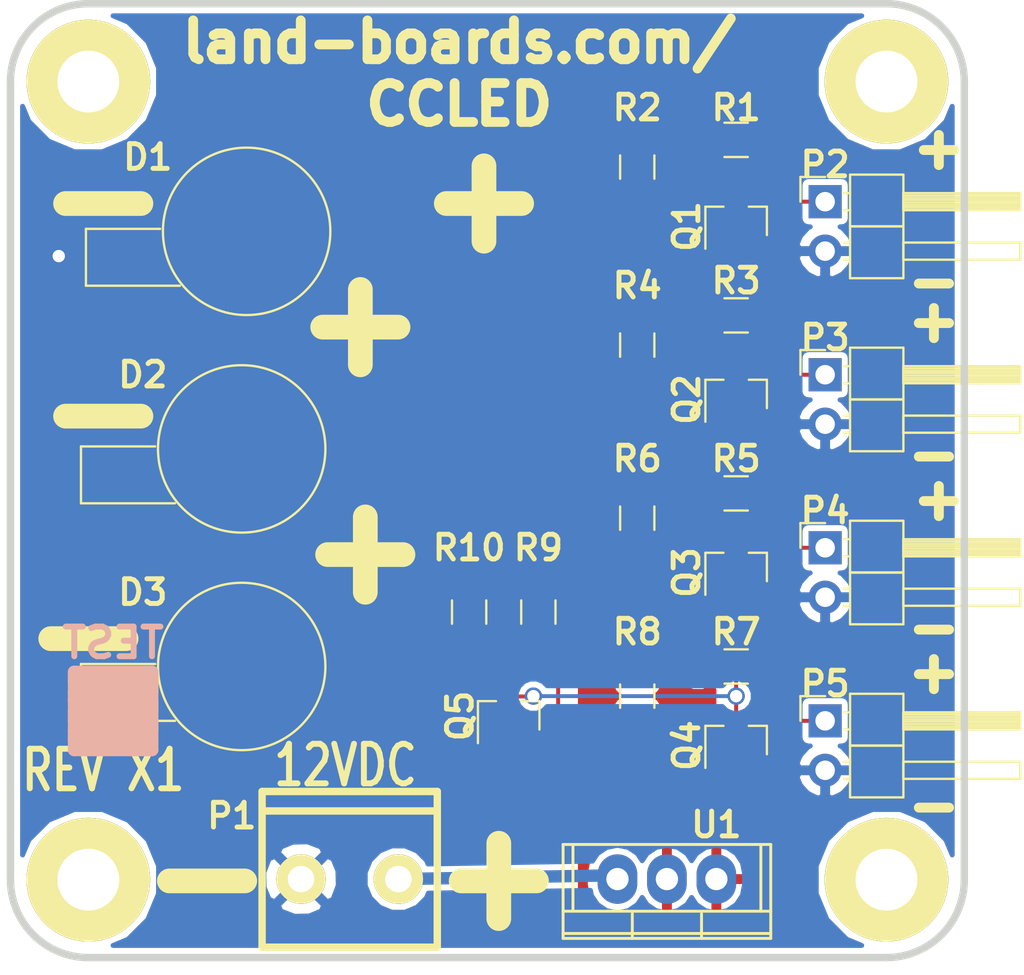
<source format=kicad_pcb>
(kicad_pcb (version 4) (host pcbnew 4.0.5)

  (general
    (links 38)
    (no_connects 0)
    (area 154.809499 79.809499 204.190501 129.190501)
    (thickness 1.6002)
    (drawings 34)
    (tracks 98)
    (zones 0)
    (modules 29)
    (nets 17)
  )

  (page A4)
  (layers
    (0 Front signal)
    (31 Back signal hide)
    (36 B.SilkS user)
    (37 F.SilkS user)
    (38 B.Mask user)
    (39 F.Mask user)
    (40 Dwgs.User user hide)
    (41 Cmts.User user hide)
    (44 Edge.Cuts user)
  )

  (setup
    (last_trace_width 0.2032)
    (user_trace_width 0.635)
    (trace_clearance 0.254)
    (zone_clearance 0.508)
    (zone_45_only no)
    (trace_min 0.2032)
    (segment_width 0.381)
    (edge_width 0.381)
    (via_size 0.889)
    (via_drill 0.635)
    (via_min_size 0.889)
    (via_min_drill 0.508)
    (uvia_size 0.508)
    (uvia_drill 0.127)
    (uvias_allowed no)
    (uvia_min_size 0.508)
    (uvia_min_drill 0.127)
    (pcb_text_width 0.3048)
    (pcb_text_size 1.524 2.032)
    (mod_edge_width 0.381)
    (mod_text_size 1.27 1.27)
    (mod_text_width 0.254)
    (pad_size 1.6764 1.6764)
    (pad_drill 0.8128)
    (pad_to_mask_clearance 0.254)
    (aux_axis_origin 0 0)
    (visible_elements 7FFFEF7F)
    (pcbplotparams
      (layerselection 0x010f0_80000001)
      (usegerberextensions false)
      (excludeedgelayer true)
      (linewidth 0.150000)
      (plotframeref false)
      (viasonmask false)
      (mode 1)
      (useauxorigin false)
      (hpglpennumber 1)
      (hpglpenspeed 20)
      (hpglpendiameter 15)
      (hpglpenoverlay 0)
      (psnegative false)
      (psa4output false)
      (plotreference true)
      (plotvalue false)
      (plotinvisibletext false)
      (padsonsilk false)
      (subtractmaskfromsilk false)
      (outputformat 1)
      (mirror false)
      (drillshape 0)
      (scaleselection 1)
      (outputdirectory plots/))
  )

  (net 0 "")
  (net 1 GND)
  (net 2 "Net-(P2-Pad1)")
  (net 3 "Net-(P3-Pad1)")
  (net 4 "Net-(P4-Pad1)")
  (net 5 "Net-(P5-Pad1)")
  (net 6 "Net-(D1-Pad2)")
  (net 7 "Net-(D2-Pad2)")
  (net 8 "Net-(D3-Pad2)")
  (net 9 "Net-(Q1-Pad1)")
  (net 10 "Net-(Q2-Pad1)")
  (net 11 "Net-(Q3-Pad1)")
  (net 12 "Net-(Q4-Pad1)")
  (net 13 "Net-(Q5-Pad1)")
  (net 14 /+12)
  (net 15 /VADJ)
  (net 16 /VOUT)

  (net_class Default "This is the default net class."
    (clearance 0.254)
    (trace_width 0.2032)
    (via_dia 0.889)
    (via_drill 0.635)
    (uvia_dia 0.508)
    (uvia_drill 0.127)
    (add_net /+12)
    (add_net /VADJ)
    (add_net /VOUT)
    (add_net GND)
    (add_net "Net-(D1-Pad2)")
    (add_net "Net-(D2-Pad2)")
    (add_net "Net-(D3-Pad2)")
    (add_net "Net-(P2-Pad1)")
    (add_net "Net-(P3-Pad1)")
    (add_net "Net-(P4-Pad1)")
    (add_net "Net-(P5-Pad1)")
    (add_net "Net-(Q1-Pad1)")
    (add_net "Net-(Q2-Pad1)")
    (add_net "Net-(Q3-Pad1)")
    (add_net "Net-(Q4-Pad1)")
    (add_net "Net-(Q5-Pad1)")
  )

  (module TO_SOT_Packages_SMD:SOT-23 (layer Front) (tedit 58C4B64E) (tstamp 58C4A23D)
    (at 192.278 108.966 90)
    (descr "SOT-23, Standard")
    (tags SOT-23)
    (path /58C5BA66)
    (attr smd)
    (fp_text reference Q3 (at -0.254 -2.54 90) (layer F.SilkS)
      (effects (font (size 1.27 1.27) (thickness 0.254)))
    )
    (fp_text value 2N3904 (at 0 2.5 90) (layer F.Fab) hide
      (effects (font (size 1 1) (thickness 0.15)))
    )
    (fp_line (start -0.7 -0.95) (end -0.7 1.5) (layer F.Fab) (width 0.1))
    (fp_line (start -0.15 -1.52) (end 0.7 -1.52) (layer F.Fab) (width 0.1))
    (fp_line (start -0.7 -0.95) (end -0.15 -1.52) (layer F.Fab) (width 0.1))
    (fp_line (start 0.7 -1.52) (end 0.7 1.52) (layer F.Fab) (width 0.1))
    (fp_line (start -0.7 1.52) (end 0.7 1.52) (layer F.Fab) (width 0.1))
    (fp_line (start 0.76 1.58) (end 0.76 0.65) (layer F.SilkS) (width 0.12))
    (fp_line (start 0.76 -1.58) (end 0.76 -0.65) (layer F.SilkS) (width 0.12))
    (fp_line (start -1.7 -1.75) (end 1.7 -1.75) (layer F.CrtYd) (width 0.05))
    (fp_line (start 1.7 -1.75) (end 1.7 1.75) (layer F.CrtYd) (width 0.05))
    (fp_line (start 1.7 1.75) (end -1.7 1.75) (layer F.CrtYd) (width 0.05))
    (fp_line (start -1.7 1.75) (end -1.7 -1.75) (layer F.CrtYd) (width 0.05))
    (fp_line (start 0.76 -1.58) (end -1.4 -1.58) (layer F.SilkS) (width 0.12))
    (fp_line (start 0.76 1.58) (end -0.7 1.58) (layer F.SilkS) (width 0.12))
    (pad 1 smd rect (at -1 -0.95 90) (size 0.9 0.8) (layers Front F.Mask)
      (net 11 "Net-(Q3-Pad1)"))
    (pad 2 smd rect (at -1 0.95 90) (size 0.9 0.8) (layers Front F.Mask)
      (net 4 "Net-(P4-Pad1)"))
    (pad 3 smd rect (at 1 0 90) (size 0.9 0.8) (layers Front F.Mask)
      (net 15 /VADJ))
    (model TO_SOT_Packages_SMD.3dshapes/SOT-23.wrl
      (at (xyz 0 0 0))
      (scale (xyz 1 1 1))
      (rotate (xyz 0 0 90))
    )
  )

  (module Pin_Headers:Pin_Header_Angled_1x02_Pitch2.54mm (layer Front) (tedit 58C4A3B0) (tstamp 58C4A5B8)
    (at 196.85 116.84)
    (descr "Through hole angled pin header, 1x02, 2.54mm pitch, 6mm pin length, single row")
    (tags "Through hole angled pin header THT 1x02 2.54mm single row")
    (path /58C554AA)
    (fp_text reference P5 (at 0 -1.905) (layer F.SilkS)
      (effects (font (size 1.27 1.27) (thickness 0.254)))
    )
    (fp_text value CONN_01X02 (at 4.315 4.81) (layer F.Fab) hide
      (effects (font (size 1 1) (thickness 0.15)))
    )
    (fp_line (start 1.4 -1.27) (end 1.4 1.27) (layer F.Fab) (width 0.1))
    (fp_line (start 1.4 1.27) (end 3.9 1.27) (layer F.Fab) (width 0.1))
    (fp_line (start 3.9 1.27) (end 3.9 -1.27) (layer F.Fab) (width 0.1))
    (fp_line (start 3.9 -1.27) (end 1.4 -1.27) (layer F.Fab) (width 0.1))
    (fp_line (start 0 -0.32) (end 0 0.32) (layer F.Fab) (width 0.1))
    (fp_line (start 0 0.32) (end 9.9 0.32) (layer F.Fab) (width 0.1))
    (fp_line (start 9.9 0.32) (end 9.9 -0.32) (layer F.Fab) (width 0.1))
    (fp_line (start 9.9 -0.32) (end 0 -0.32) (layer F.Fab) (width 0.1))
    (fp_line (start 1.4 1.27) (end 1.4 3.81) (layer F.Fab) (width 0.1))
    (fp_line (start 1.4 3.81) (end 3.9 3.81) (layer F.Fab) (width 0.1))
    (fp_line (start 3.9 3.81) (end 3.9 1.27) (layer F.Fab) (width 0.1))
    (fp_line (start 3.9 1.27) (end 1.4 1.27) (layer F.Fab) (width 0.1))
    (fp_line (start 0 2.22) (end 0 2.86) (layer F.Fab) (width 0.1))
    (fp_line (start 0 2.86) (end 9.9 2.86) (layer F.Fab) (width 0.1))
    (fp_line (start 9.9 2.86) (end 9.9 2.22) (layer F.Fab) (width 0.1))
    (fp_line (start 9.9 2.22) (end 0 2.22) (layer F.Fab) (width 0.1))
    (fp_line (start 1.28 -1.39) (end 1.28 1.27) (layer F.SilkS) (width 0.12))
    (fp_line (start 1.28 1.27) (end 4.02 1.27) (layer F.SilkS) (width 0.12))
    (fp_line (start 4.02 1.27) (end 4.02 -1.39) (layer F.SilkS) (width 0.12))
    (fp_line (start 4.02 -1.39) (end 1.28 -1.39) (layer F.SilkS) (width 0.12))
    (fp_line (start 4.02 -0.44) (end 4.02 0.44) (layer F.SilkS) (width 0.12))
    (fp_line (start 4.02 0.44) (end 10.02 0.44) (layer F.SilkS) (width 0.12))
    (fp_line (start 10.02 0.44) (end 10.02 -0.44) (layer F.SilkS) (width 0.12))
    (fp_line (start 10.02 -0.44) (end 4.02 -0.44) (layer F.SilkS) (width 0.12))
    (fp_line (start 0.97 -0.44) (end 1.28 -0.44) (layer F.SilkS) (width 0.12))
    (fp_line (start 0.97 0.44) (end 1.28 0.44) (layer F.SilkS) (width 0.12))
    (fp_line (start 4.02 -0.32) (end 10.02 -0.32) (layer F.SilkS) (width 0.12))
    (fp_line (start 4.02 -0.2) (end 10.02 -0.2) (layer F.SilkS) (width 0.12))
    (fp_line (start 4.02 -0.08) (end 10.02 -0.08) (layer F.SilkS) (width 0.12))
    (fp_line (start 4.02 0.04) (end 10.02 0.04) (layer F.SilkS) (width 0.12))
    (fp_line (start 4.02 0.16) (end 10.02 0.16) (layer F.SilkS) (width 0.12))
    (fp_line (start 4.02 0.28) (end 10.02 0.28) (layer F.SilkS) (width 0.12))
    (fp_line (start 4.02 0.4) (end 10.02 0.4) (layer F.SilkS) (width 0.12))
    (fp_line (start 1.28 1.27) (end 1.28 3.93) (layer F.SilkS) (width 0.12))
    (fp_line (start 1.28 3.93) (end 4.02 3.93) (layer F.SilkS) (width 0.12))
    (fp_line (start 4.02 3.93) (end 4.02 1.27) (layer F.SilkS) (width 0.12))
    (fp_line (start 4.02 1.27) (end 1.28 1.27) (layer F.SilkS) (width 0.12))
    (fp_line (start 4.02 2.1) (end 4.02 2.98) (layer F.SilkS) (width 0.12))
    (fp_line (start 4.02 2.98) (end 10.02 2.98) (layer F.SilkS) (width 0.12))
    (fp_line (start 10.02 2.98) (end 10.02 2.1) (layer F.SilkS) (width 0.12))
    (fp_line (start 10.02 2.1) (end 4.02 2.1) (layer F.SilkS) (width 0.12))
    (fp_line (start 0.97 2.1) (end 1.28 2.1) (layer F.SilkS) (width 0.12))
    (fp_line (start 0.97 2.98) (end 1.28 2.98) (layer F.SilkS) (width 0.12))
    (fp_line (start -1.27 0) (end -1.27 -1.27) (layer F.SilkS) (width 0.12))
    (fp_line (start -1.27 -1.27) (end 0 -1.27) (layer F.SilkS) (width 0.12))
    (fp_line (start -1.6 -1.6) (end -1.6 4.1) (layer F.CrtYd) (width 0.05))
    (fp_line (start -1.6 4.1) (end 10.2 4.1) (layer F.CrtYd) (width 0.05))
    (fp_line (start 10.2 4.1) (end 10.2 -1.6) (layer F.CrtYd) (width 0.05))
    (fp_line (start 10.2 -1.6) (end -1.6 -1.6) (layer F.CrtYd) (width 0.05))
    (pad 1 thru_hole rect (at 0 0) (size 1.7 1.7) (drill 1) (layers *.Cu *.Mask)
      (net 5 "Net-(P5-Pad1)"))
    (pad 2 thru_hole oval (at 0 2.54) (size 1.7 1.7) (drill 1) (layers *.Cu *.Mask)
      (net 1 GND))
    (model Pin_Headers.3dshapes/Pin_Header_Angled_1x02_Pitch2.54mm.wrl
      (at (xyz 0 -0.05 0))
      (scale (xyz 1 1 1))
      (rotate (xyz 0 0 90))
    )
  )

  (module TB2-5MM (layer Front) (tedit 51D73CC1) (tstamp 50D9D279)
    (at 169.926 124.968)
    (path /50D9CFE0)
    (fp_text reference P1 (at -3.5595 -3.2485) (layer F.SilkS)
      (effects (font (size 1.27 1.27) (thickness 0.254)))
    )
    (fp_text value CONN_2 (at 2 5) (layer F.SilkS) hide
      (effects (font (thickness 0.3048)))
    )
    (fp_line (start -2 -4.5) (end -2 3.5) (layer F.SilkS) (width 0.381))
    (fp_line (start 7 -4.5) (end 7 3.5) (layer F.SilkS) (width 0.381))
    (fp_line (start -2 3.5) (end 7 3.5) (layer F.SilkS) (width 0.381))
    (fp_line (start -2 -3.5) (end 7 -3.5) (layer F.SilkS) (width 0.381))
    (fp_line (start -2 -4.5) (end 7 -4.5) (layer F.SilkS) (width 0.381))
    (pad 1 thru_hole circle (at 0 0) (size 2.54 2.54) (drill 1.3589) (layers *.Cu *.Mask F.SilkS)
      (net 1 GND))
    (pad 2 thru_hole circle (at 5 0) (size 2.54 2.54) (drill 1.3589) (layers *.Cu *.Mask F.SilkS)
      (net 14 /+12))
  )

  (module MTG-4-40 (layer Front) (tedit 50F036E3) (tstamp 51B4F699)
    (at 200 125)
    (path /50D9D700)
    (fp_text reference MTG4 (at -6.858 -0.635) (layer F.SilkS) hide
      (effects (font (size 1.27 1.27) (thickness 0.254)))
    )
    (fp_text value CONN_1 (at 0 -5.08) (layer F.SilkS) hide
      (effects (font (thickness 0.3048)))
    )
    (pad 1 thru_hole circle (at 0 0) (size 6.35 6.35) (drill 3.175) (layers *.Cu *.Mask F.SilkS))
  )

  (module MTG-4-40 (layer Front) (tedit 50F036E3) (tstamp 51B4F69E)
    (at 159 125)
    (path /50D9D6F9)
    (fp_text reference MTG3 (at -6.858 -0.635) (layer F.SilkS) hide
      (effects (font (size 1.27 1.27) (thickness 0.254)))
    )
    (fp_text value CONN_1 (at 0 -5.08) (layer F.SilkS) hide
      (effects (font (thickness 0.3048)))
    )
    (pad 1 thru_hole circle (at 0 0) (size 6.35 6.35) (drill 3.175) (layers *.Cu *.Mask F.SilkS))
  )

  (module MTG-4-40 (layer Front) (tedit 50F036E3) (tstamp 51B4F6A3)
    (at 200 84)
    (path /50D9D6F4)
    (fp_text reference MTG2 (at -6.858 -0.635) (layer F.SilkS) hide
      (effects (font (size 1.27 1.27) (thickness 0.254)))
    )
    (fp_text value CONN_1 (at 0 -5.08) (layer F.SilkS) hide
      (effects (font (thickness 0.3048)))
    )
    (pad 1 thru_hole circle (at 0 0) (size 6.35 6.35) (drill 3.175) (layers *.Cu *.Mask F.SilkS))
  )

  (module MTG-4-40 (layer Front) (tedit 50F036E3) (tstamp 51B4F6A8)
    (at 159 84)
    (path /50D9D6EF)
    (fp_text reference MTG1 (at -6.858 -0.635) (layer F.SilkS) hide
      (effects (font (size 1.27 1.27) (thickness 0.254)))
    )
    (fp_text value CONN_1 (at 0 -5.08) (layer F.SilkS) hide
      (effects (font (thickness 0.3048)))
    )
    (pad 1 thru_hole circle (at 0 0) (size 6.35 6.35) (drill 3.175) (layers *.Cu *.Mask F.SilkS))
  )

  (module TO_SOT_Packages_SMD:SOT-23 (layer Front) (tedit 58C4B658) (tstamp 58C4A217)
    (at 192.278 91.186 90)
    (descr "SOT-23, Standard")
    (tags SOT-23)
    (path /58C5AE86)
    (attr smd)
    (fp_text reference Q1 (at -0.254 -2.54 90) (layer F.SilkS)
      (effects (font (size 1.27 1.27) (thickness 0.254)))
    )
    (fp_text value 2N3904 (at 0 2.5 90) (layer F.Fab) hide
      (effects (font (size 1 1) (thickness 0.15)))
    )
    (fp_line (start -0.7 -0.95) (end -0.7 1.5) (layer F.Fab) (width 0.1))
    (fp_line (start -0.15 -1.52) (end 0.7 -1.52) (layer F.Fab) (width 0.1))
    (fp_line (start -0.7 -0.95) (end -0.15 -1.52) (layer F.Fab) (width 0.1))
    (fp_line (start 0.7 -1.52) (end 0.7 1.52) (layer F.Fab) (width 0.1))
    (fp_line (start -0.7 1.52) (end 0.7 1.52) (layer F.Fab) (width 0.1))
    (fp_line (start 0.76 1.58) (end 0.76 0.65) (layer F.SilkS) (width 0.12))
    (fp_line (start 0.76 -1.58) (end 0.76 -0.65) (layer F.SilkS) (width 0.12))
    (fp_line (start -1.7 -1.75) (end 1.7 -1.75) (layer F.CrtYd) (width 0.05))
    (fp_line (start 1.7 -1.75) (end 1.7 1.75) (layer F.CrtYd) (width 0.05))
    (fp_line (start 1.7 1.75) (end -1.7 1.75) (layer F.CrtYd) (width 0.05))
    (fp_line (start -1.7 1.75) (end -1.7 -1.75) (layer F.CrtYd) (width 0.05))
    (fp_line (start 0.76 -1.58) (end -1.4 -1.58) (layer F.SilkS) (width 0.12))
    (fp_line (start 0.76 1.58) (end -0.7 1.58) (layer F.SilkS) (width 0.12))
    (pad 1 smd rect (at -1 -0.95 90) (size 0.9 0.8) (layers Front F.Mask)
      (net 9 "Net-(Q1-Pad1)"))
    (pad 2 smd rect (at -1 0.95 90) (size 0.9 0.8) (layers Front F.Mask)
      (net 2 "Net-(P2-Pad1)"))
    (pad 3 smd rect (at 1 0 90) (size 0.9 0.8) (layers Front F.Mask)
      (net 15 /VADJ))
    (model TO_SOT_Packages_SMD.3dshapes/SOT-23.wrl
      (at (xyz 0 0 0))
      (scale (xyz 1 1 1))
      (rotate (xyz 0 0 90))
    )
  )

  (module TO_SOT_Packages_SMD:SOT-23 (layer Front) (tedit 58C4B653) (tstamp 58C4A22A)
    (at 192.278 100.076 90)
    (descr "SOT-23, Standard")
    (tags SOT-23)
    (path /58C5B7C9)
    (attr smd)
    (fp_text reference Q2 (at -0.254 -2.54 90) (layer F.SilkS)
      (effects (font (size 1.27 1.27) (thickness 0.254)))
    )
    (fp_text value 2N3904 (at 0 2.5 90) (layer F.Fab) hide
      (effects (font (size 1 1) (thickness 0.15)))
    )
    (fp_line (start -0.7 -0.95) (end -0.7 1.5) (layer F.Fab) (width 0.1))
    (fp_line (start -0.15 -1.52) (end 0.7 -1.52) (layer F.Fab) (width 0.1))
    (fp_line (start -0.7 -0.95) (end -0.15 -1.52) (layer F.Fab) (width 0.1))
    (fp_line (start 0.7 -1.52) (end 0.7 1.52) (layer F.Fab) (width 0.1))
    (fp_line (start -0.7 1.52) (end 0.7 1.52) (layer F.Fab) (width 0.1))
    (fp_line (start 0.76 1.58) (end 0.76 0.65) (layer F.SilkS) (width 0.12))
    (fp_line (start 0.76 -1.58) (end 0.76 -0.65) (layer F.SilkS) (width 0.12))
    (fp_line (start -1.7 -1.75) (end 1.7 -1.75) (layer F.CrtYd) (width 0.05))
    (fp_line (start 1.7 -1.75) (end 1.7 1.75) (layer F.CrtYd) (width 0.05))
    (fp_line (start 1.7 1.75) (end -1.7 1.75) (layer F.CrtYd) (width 0.05))
    (fp_line (start -1.7 1.75) (end -1.7 -1.75) (layer F.CrtYd) (width 0.05))
    (fp_line (start 0.76 -1.58) (end -1.4 -1.58) (layer F.SilkS) (width 0.12))
    (fp_line (start 0.76 1.58) (end -0.7 1.58) (layer F.SilkS) (width 0.12))
    (pad 1 smd rect (at -1 -0.95 90) (size 0.9 0.8) (layers Front F.Mask)
      (net 10 "Net-(Q2-Pad1)"))
    (pad 2 smd rect (at -1 0.95 90) (size 0.9 0.8) (layers Front F.Mask)
      (net 3 "Net-(P3-Pad1)"))
    (pad 3 smd rect (at 1 0 90) (size 0.9 0.8) (layers Front F.Mask)
      (net 15 /VADJ))
    (model TO_SOT_Packages_SMD.3dshapes/SOT-23.wrl
      (at (xyz 0 0 0))
      (scale (xyz 1 1 1))
      (rotate (xyz 0 0 90))
    )
  )

  (module TO_SOT_Packages_SMD:SOT-23 (layer Front) (tedit 58C4B649) (tstamp 58C4A250)
    (at 192.278 117.856 90)
    (descr "SOT-23, Standard")
    (tags SOT-23)
    (path /58C5BCBA)
    (attr smd)
    (fp_text reference Q4 (at -0.254 -2.54 90) (layer F.SilkS)
      (effects (font (size 1.27 1.27) (thickness 0.254)))
    )
    (fp_text value 2N3904 (at 0 2.5 90) (layer F.Fab) hide
      (effects (font (size 1 1) (thickness 0.15)))
    )
    (fp_line (start -0.7 -0.95) (end -0.7 1.5) (layer F.Fab) (width 0.1))
    (fp_line (start -0.15 -1.52) (end 0.7 -1.52) (layer F.Fab) (width 0.1))
    (fp_line (start -0.7 -0.95) (end -0.15 -1.52) (layer F.Fab) (width 0.1))
    (fp_line (start 0.7 -1.52) (end 0.7 1.52) (layer F.Fab) (width 0.1))
    (fp_line (start -0.7 1.52) (end 0.7 1.52) (layer F.Fab) (width 0.1))
    (fp_line (start 0.76 1.58) (end 0.76 0.65) (layer F.SilkS) (width 0.12))
    (fp_line (start 0.76 -1.58) (end 0.76 -0.65) (layer F.SilkS) (width 0.12))
    (fp_line (start -1.7 -1.75) (end 1.7 -1.75) (layer F.CrtYd) (width 0.05))
    (fp_line (start 1.7 -1.75) (end 1.7 1.75) (layer F.CrtYd) (width 0.05))
    (fp_line (start 1.7 1.75) (end -1.7 1.75) (layer F.CrtYd) (width 0.05))
    (fp_line (start -1.7 1.75) (end -1.7 -1.75) (layer F.CrtYd) (width 0.05))
    (fp_line (start 0.76 -1.58) (end -1.4 -1.58) (layer F.SilkS) (width 0.12))
    (fp_line (start 0.76 1.58) (end -0.7 1.58) (layer F.SilkS) (width 0.12))
    (pad 1 smd rect (at -1 -0.95 90) (size 0.9 0.8) (layers Front F.Mask)
      (net 12 "Net-(Q4-Pad1)"))
    (pad 2 smd rect (at -1 0.95 90) (size 0.9 0.8) (layers Front F.Mask)
      (net 5 "Net-(P5-Pad1)"))
    (pad 3 smd rect (at 1 0 90) (size 0.9 0.8) (layers Front F.Mask)
      (net 15 /VADJ))
    (model TO_SOT_Packages_SMD.3dshapes/SOT-23.wrl
      (at (xyz 0 0 0))
      (scale (xyz 1 1 1))
      (rotate (xyz 0 0 90))
    )
  )

  (module Resistors_SMD:R_0805_HandSoldering (layer Front) (tedit 58C4B65F) (tstamp 58C4A263)
    (at 192.278 86.995 180)
    (descr "Resistor SMD 0805, hand soldering")
    (tags "resistor 0805")
    (path /51B4B96F)
    (attr smd)
    (fp_text reference R1 (at 0 1.651 180) (layer F.SilkS)
      (effects (font (size 1.27 1.27) (thickness 0.254)))
    )
    (fp_text value 22 (at 0 1.75 180) (layer F.Fab) hide
      (effects (font (size 1 1) (thickness 0.15)))
    )
    (fp_text user %R (at 0 -1.7 180) (layer F.Fab)
      (effects (font (size 1 1) (thickness 0.15)))
    )
    (fp_line (start -1 0.62) (end -1 -0.62) (layer F.Fab) (width 0.1))
    (fp_line (start 1 0.62) (end -1 0.62) (layer F.Fab) (width 0.1))
    (fp_line (start 1 -0.62) (end 1 0.62) (layer F.Fab) (width 0.1))
    (fp_line (start -1 -0.62) (end 1 -0.62) (layer F.Fab) (width 0.1))
    (fp_line (start 0.6 0.88) (end -0.6 0.88) (layer F.SilkS) (width 0.12))
    (fp_line (start -0.6 -0.88) (end 0.6 -0.88) (layer F.SilkS) (width 0.12))
    (fp_line (start -2.35 -0.9) (end 2.35 -0.9) (layer F.CrtYd) (width 0.05))
    (fp_line (start -2.35 -0.9) (end -2.35 0.9) (layer F.CrtYd) (width 0.05))
    (fp_line (start 2.35 0.9) (end 2.35 -0.9) (layer F.CrtYd) (width 0.05))
    (fp_line (start 2.35 0.9) (end -2.35 0.9) (layer F.CrtYd) (width 0.05))
    (pad 1 smd rect (at -1.35 0 180) (size 1.5 1.3) (layers Front F.Mask)
      (net 2 "Net-(P2-Pad1)"))
    (pad 2 smd rect (at 1.35 0 180) (size 1.5 1.3) (layers Front F.Mask)
      (net 16 /VOUT))
    (model Resistors_SMD.3dshapes/R_0805.wrl
      (at (xyz 0 0 0))
      (scale (xyz 1 1 1))
      (rotate (xyz 0 0 0))
    )
  )

  (module Resistors_SMD:R_0805_HandSoldering (layer Front) (tedit 58C4A582) (tstamp 58C4A273)
    (at 187.198 88.392 270)
    (descr "Resistor SMD 0805, hand soldering")
    (tags "resistor 0805")
    (path /51B4BA03)
    (attr smd)
    (fp_text reference R2 (at -3.048 0 360) (layer F.SilkS)
      (effects (font (size 1.27 1.27) (thickness 0.254)))
    )
    (fp_text value 10K (at 0 1.75 270) (layer F.Fab) hide
      (effects (font (size 1 1) (thickness 0.15)))
    )
    (fp_text user %R (at 0 -1.7 270) (layer F.Fab)
      (effects (font (size 1 1) (thickness 0.15)))
    )
    (fp_line (start -1 0.62) (end -1 -0.62) (layer F.Fab) (width 0.1))
    (fp_line (start 1 0.62) (end -1 0.62) (layer F.Fab) (width 0.1))
    (fp_line (start 1 -0.62) (end 1 0.62) (layer F.Fab) (width 0.1))
    (fp_line (start -1 -0.62) (end 1 -0.62) (layer F.Fab) (width 0.1))
    (fp_line (start 0.6 0.88) (end -0.6 0.88) (layer F.SilkS) (width 0.12))
    (fp_line (start -0.6 -0.88) (end 0.6 -0.88) (layer F.SilkS) (width 0.12))
    (fp_line (start -2.35 -0.9) (end 2.35 -0.9) (layer F.CrtYd) (width 0.05))
    (fp_line (start -2.35 -0.9) (end -2.35 0.9) (layer F.CrtYd) (width 0.05))
    (fp_line (start 2.35 0.9) (end 2.35 -0.9) (layer F.CrtYd) (width 0.05))
    (fp_line (start 2.35 0.9) (end -2.35 0.9) (layer F.CrtYd) (width 0.05))
    (pad 1 smd rect (at -1.35 0 270) (size 1.5 1.3) (layers Front F.Mask)
      (net 16 /VOUT))
    (pad 2 smd rect (at 1.35 0 270) (size 1.5 1.3) (layers Front F.Mask)
      (net 9 "Net-(Q1-Pad1)"))
    (model Resistors_SMD.3dshapes/R_0805.wrl
      (at (xyz 0 0 0))
      (scale (xyz 1 1 1))
      (rotate (xyz 0 0 0))
    )
  )

  (module Resistors_SMD:R_0805_HandSoldering (layer Front) (tedit 58C4B662) (tstamp 58C4A283)
    (at 192.278 96.012 180)
    (descr "Resistor SMD 0805, hand soldering")
    (tags "resistor 0805")
    (path /58C550FB)
    (attr smd)
    (fp_text reference R3 (at 0 1.778 180) (layer F.SilkS)
      (effects (font (size 1.27 1.27) (thickness 0.254)))
    )
    (fp_text value 22 (at 0 1.75 180) (layer F.Fab) hide
      (effects (font (size 1 1) (thickness 0.15)))
    )
    (fp_text user %R (at 0 -1.7 180) (layer F.Fab)
      (effects (font (size 1 1) (thickness 0.15)))
    )
    (fp_line (start -1 0.62) (end -1 -0.62) (layer F.Fab) (width 0.1))
    (fp_line (start 1 0.62) (end -1 0.62) (layer F.Fab) (width 0.1))
    (fp_line (start 1 -0.62) (end 1 0.62) (layer F.Fab) (width 0.1))
    (fp_line (start -1 -0.62) (end 1 -0.62) (layer F.Fab) (width 0.1))
    (fp_line (start 0.6 0.88) (end -0.6 0.88) (layer F.SilkS) (width 0.12))
    (fp_line (start -0.6 -0.88) (end 0.6 -0.88) (layer F.SilkS) (width 0.12))
    (fp_line (start -2.35 -0.9) (end 2.35 -0.9) (layer F.CrtYd) (width 0.05))
    (fp_line (start -2.35 -0.9) (end -2.35 0.9) (layer F.CrtYd) (width 0.05))
    (fp_line (start 2.35 0.9) (end 2.35 -0.9) (layer F.CrtYd) (width 0.05))
    (fp_line (start 2.35 0.9) (end -2.35 0.9) (layer F.CrtYd) (width 0.05))
    (pad 1 smd rect (at -1.35 0 180) (size 1.5 1.3) (layers Front F.Mask)
      (net 3 "Net-(P3-Pad1)"))
    (pad 2 smd rect (at 1.35 0 180) (size 1.5 1.3) (layers Front F.Mask)
      (net 16 /VOUT))
    (model Resistors_SMD.3dshapes/R_0805.wrl
      (at (xyz 0 0 0))
      (scale (xyz 1 1 1))
      (rotate (xyz 0 0 0))
    )
  )

  (module Resistors_SMD:R_0805_HandSoldering (layer Front) (tedit 58C4A550) (tstamp 58C4A293)
    (at 187.198 97.536 270)
    (descr "Resistor SMD 0805, hand soldering")
    (tags "resistor 0805")
    (path /58C55107)
    (attr smd)
    (fp_text reference R4 (at -3.048 0 360) (layer F.SilkS)
      (effects (font (size 1.27 1.27) (thickness 0.254)))
    )
    (fp_text value 10K (at 0 1.75 270) (layer F.Fab) hide
      (effects (font (size 1 1) (thickness 0.15)))
    )
    (fp_text user %R (at 0 -1.7 270) (layer F.Fab)
      (effects (font (size 1 1) (thickness 0.15)))
    )
    (fp_line (start -1 0.62) (end -1 -0.62) (layer F.Fab) (width 0.1))
    (fp_line (start 1 0.62) (end -1 0.62) (layer F.Fab) (width 0.1))
    (fp_line (start 1 -0.62) (end 1 0.62) (layer F.Fab) (width 0.1))
    (fp_line (start -1 -0.62) (end 1 -0.62) (layer F.Fab) (width 0.1))
    (fp_line (start 0.6 0.88) (end -0.6 0.88) (layer F.SilkS) (width 0.12))
    (fp_line (start -0.6 -0.88) (end 0.6 -0.88) (layer F.SilkS) (width 0.12))
    (fp_line (start -2.35 -0.9) (end 2.35 -0.9) (layer F.CrtYd) (width 0.05))
    (fp_line (start -2.35 -0.9) (end -2.35 0.9) (layer F.CrtYd) (width 0.05))
    (fp_line (start 2.35 0.9) (end 2.35 -0.9) (layer F.CrtYd) (width 0.05))
    (fp_line (start 2.35 0.9) (end -2.35 0.9) (layer F.CrtYd) (width 0.05))
    (pad 1 smd rect (at -1.35 0 270) (size 1.5 1.3) (layers Front F.Mask)
      (net 16 /VOUT))
    (pad 2 smd rect (at 1.35 0 270) (size 1.5 1.3) (layers Front F.Mask)
      (net 10 "Net-(Q2-Pad1)"))
    (model Resistors_SMD.3dshapes/R_0805.wrl
      (at (xyz 0 0 0))
      (scale (xyz 1 1 1))
      (rotate (xyz 0 0 0))
    )
  )

  (module Resistors_SMD:R_0805_HandSoldering (layer Front) (tedit 58C4A825) (tstamp 58C4A2A3)
    (at 192.278 105.156 180)
    (descr "Resistor SMD 0805, hand soldering")
    (tags "resistor 0805")
    (path /58C55473)
    (attr smd)
    (fp_text reference R5 (at 0 1.778 180) (layer F.SilkS)
      (effects (font (size 1.27 1.27) (thickness 0.254)))
    )
    (fp_text value 22 (at 0 1.75 180) (layer F.Fab) hide
      (effects (font (size 1 1) (thickness 0.15)))
    )
    (fp_text user %R (at 0 -1.7 180) (layer F.Fab)
      (effects (font (size 1 1) (thickness 0.15)))
    )
    (fp_line (start -1 0.62) (end -1 -0.62) (layer F.Fab) (width 0.1))
    (fp_line (start 1 0.62) (end -1 0.62) (layer F.Fab) (width 0.1))
    (fp_line (start 1 -0.62) (end 1 0.62) (layer F.Fab) (width 0.1))
    (fp_line (start -1 -0.62) (end 1 -0.62) (layer F.Fab) (width 0.1))
    (fp_line (start 0.6 0.88) (end -0.6 0.88) (layer F.SilkS) (width 0.12))
    (fp_line (start -0.6 -0.88) (end 0.6 -0.88) (layer F.SilkS) (width 0.12))
    (fp_line (start -2.35 -0.9) (end 2.35 -0.9) (layer F.CrtYd) (width 0.05))
    (fp_line (start -2.35 -0.9) (end -2.35 0.9) (layer F.CrtYd) (width 0.05))
    (fp_line (start 2.35 0.9) (end 2.35 -0.9) (layer F.CrtYd) (width 0.05))
    (fp_line (start 2.35 0.9) (end -2.35 0.9) (layer F.CrtYd) (width 0.05))
    (pad 1 smd rect (at -1.35 0 180) (size 1.5 1.3) (layers Front F.Mask)
      (net 4 "Net-(P4-Pad1)"))
    (pad 2 smd rect (at 1.35 0 180) (size 1.5 1.3) (layers Front F.Mask)
      (net 16 /VOUT))
    (model Resistors_SMD.3dshapes/R_0805.wrl
      (at (xyz 0 0 0))
      (scale (xyz 1 1 1))
      (rotate (xyz 0 0 0))
    )
  )

  (module Resistors_SMD:R_0805_HandSoldering (layer Front) (tedit 58C4A530) (tstamp 58C4A2B3)
    (at 187.198 106.426 270)
    (descr "Resistor SMD 0805, hand soldering")
    (tags "resistor 0805")
    (path /58C5547F)
    (attr smd)
    (fp_text reference R6 (at -3.048 0 360) (layer F.SilkS)
      (effects (font (size 1.27 1.27) (thickness 0.254)))
    )
    (fp_text value 10K (at 0 1.75 270) (layer F.Fab) hide
      (effects (font (size 1 1) (thickness 0.15)))
    )
    (fp_text user %R (at 0 -1.7 270) (layer F.Fab)
      (effects (font (size 1 1) (thickness 0.15)))
    )
    (fp_line (start -1 0.62) (end -1 -0.62) (layer F.Fab) (width 0.1))
    (fp_line (start 1 0.62) (end -1 0.62) (layer F.Fab) (width 0.1))
    (fp_line (start 1 -0.62) (end 1 0.62) (layer F.Fab) (width 0.1))
    (fp_line (start -1 -0.62) (end 1 -0.62) (layer F.Fab) (width 0.1))
    (fp_line (start 0.6 0.88) (end -0.6 0.88) (layer F.SilkS) (width 0.12))
    (fp_line (start -0.6 -0.88) (end 0.6 -0.88) (layer F.SilkS) (width 0.12))
    (fp_line (start -2.35 -0.9) (end 2.35 -0.9) (layer F.CrtYd) (width 0.05))
    (fp_line (start -2.35 -0.9) (end -2.35 0.9) (layer F.CrtYd) (width 0.05))
    (fp_line (start 2.35 0.9) (end 2.35 -0.9) (layer F.CrtYd) (width 0.05))
    (fp_line (start 2.35 0.9) (end -2.35 0.9) (layer F.CrtYd) (width 0.05))
    (pad 1 smd rect (at -1.35 0 270) (size 1.5 1.3) (layers Front F.Mask)
      (net 16 /VOUT))
    (pad 2 smd rect (at 1.35 0 270) (size 1.5 1.3) (layers Front F.Mask)
      (net 11 "Net-(Q3-Pad1)"))
    (model Resistors_SMD.3dshapes/R_0805.wrl
      (at (xyz 0 0 0))
      (scale (xyz 1 1 1))
      (rotate (xyz 0 0 0))
    )
  )

  (module Resistors_SMD:R_0805_HandSoldering (layer Front) (tedit 58C4A821) (tstamp 58C4A2C3)
    (at 192.278 114.046 180)
    (descr "Resistor SMD 0805, hand soldering")
    (tags "resistor 0805")
    (path /58C55496)
    (attr smd)
    (fp_text reference R7 (at 0 1.778 180) (layer F.SilkS)
      (effects (font (size 1.27 1.27) (thickness 0.254)))
    )
    (fp_text value 22 (at 0 1.75 180) (layer F.Fab) hide
      (effects (font (size 1 1) (thickness 0.15)))
    )
    (fp_text user %R (at 0 -1.7 180) (layer F.Fab)
      (effects (font (size 1 1) (thickness 0.15)))
    )
    (fp_line (start -1 0.62) (end -1 -0.62) (layer F.Fab) (width 0.1))
    (fp_line (start 1 0.62) (end -1 0.62) (layer F.Fab) (width 0.1))
    (fp_line (start 1 -0.62) (end 1 0.62) (layer F.Fab) (width 0.1))
    (fp_line (start -1 -0.62) (end 1 -0.62) (layer F.Fab) (width 0.1))
    (fp_line (start 0.6 0.88) (end -0.6 0.88) (layer F.SilkS) (width 0.12))
    (fp_line (start -0.6 -0.88) (end 0.6 -0.88) (layer F.SilkS) (width 0.12))
    (fp_line (start -2.35 -0.9) (end 2.35 -0.9) (layer F.CrtYd) (width 0.05))
    (fp_line (start -2.35 -0.9) (end -2.35 0.9) (layer F.CrtYd) (width 0.05))
    (fp_line (start 2.35 0.9) (end 2.35 -0.9) (layer F.CrtYd) (width 0.05))
    (fp_line (start 2.35 0.9) (end -2.35 0.9) (layer F.CrtYd) (width 0.05))
    (pad 1 smd rect (at -1.35 0 180) (size 1.5 1.3) (layers Front F.Mask)
      (net 5 "Net-(P5-Pad1)"))
    (pad 2 smd rect (at 1.35 0 180) (size 1.5 1.3) (layers Front F.Mask)
      (net 16 /VOUT))
    (model Resistors_SMD.3dshapes/R_0805.wrl
      (at (xyz 0 0 0))
      (scale (xyz 1 1 1))
      (rotate (xyz 0 0 0))
    )
  )

  (module Resistors_SMD:R_0805_HandSoldering (layer Front) (tedit 58C4A4EF) (tstamp 58C4A2D3)
    (at 187.198 115.57 270)
    (descr "Resistor SMD 0805, hand soldering")
    (tags "resistor 0805")
    (path /58C554A2)
    (attr smd)
    (fp_text reference R8 (at -3.302 0 360) (layer F.SilkS)
      (effects (font (size 1.27 1.27) (thickness 0.254)))
    )
    (fp_text value 10K (at 0 1.75 270) (layer F.Fab) hide
      (effects (font (size 1 1) (thickness 0.15)))
    )
    (fp_text user %R (at 0 -1.7 270) (layer F.Fab)
      (effects (font (size 1 1) (thickness 0.15)))
    )
    (fp_line (start -1 0.62) (end -1 -0.62) (layer F.Fab) (width 0.1))
    (fp_line (start 1 0.62) (end -1 0.62) (layer F.Fab) (width 0.1))
    (fp_line (start 1 -0.62) (end 1 0.62) (layer F.Fab) (width 0.1))
    (fp_line (start -1 -0.62) (end 1 -0.62) (layer F.Fab) (width 0.1))
    (fp_line (start 0.6 0.88) (end -0.6 0.88) (layer F.SilkS) (width 0.12))
    (fp_line (start -0.6 -0.88) (end 0.6 -0.88) (layer F.SilkS) (width 0.12))
    (fp_line (start -2.35 -0.9) (end 2.35 -0.9) (layer F.CrtYd) (width 0.05))
    (fp_line (start -2.35 -0.9) (end -2.35 0.9) (layer F.CrtYd) (width 0.05))
    (fp_line (start 2.35 0.9) (end 2.35 -0.9) (layer F.CrtYd) (width 0.05))
    (fp_line (start 2.35 0.9) (end -2.35 0.9) (layer F.CrtYd) (width 0.05))
    (pad 1 smd rect (at -1.35 0 270) (size 1.5 1.3) (layers Front F.Mask)
      (net 16 /VOUT))
    (pad 2 smd rect (at 1.35 0 270) (size 1.5 1.3) (layers Front F.Mask)
      (net 12 "Net-(Q4-Pad1)"))
    (model Resistors_SMD.3dshapes/R_0805.wrl
      (at (xyz 0 0 0))
      (scale (xyz 1 1 1))
      (rotate (xyz 0 0 0))
    )
  )

  (module TO-220 (layer Front) (tedit 58C4B63E) (tstamp 58C4A2E3)
    (at 188.722 124.968 180)
    (descr "Non Isolated JEDEC TO-220 Package")
    (tags "Power Integration YN Package")
    (path /58C56470)
    (fp_text reference U1 (at -2.54 2.794 180) (layer F.SilkS)
      (effects (font (size 1.27 1.27) (thickness 0.254)))
    )
    (fp_text value LM317AT (at 0 -4.318 180) (layer F.Fab) hide
      (effects (font (size 1 1) (thickness 0.15)))
    )
    (fp_line (start 4.826 -1.651) (end 4.826 1.778) (layer F.SilkS) (width 0.15))
    (fp_line (start -4.826 -1.651) (end -4.826 1.778) (layer F.SilkS) (width 0.15))
    (fp_line (start 5.334 -2.794) (end -5.334 -2.794) (layer F.SilkS) (width 0.15))
    (fp_line (start 1.778 -1.778) (end 1.778 -3.048) (layer F.SilkS) (width 0.15))
    (fp_line (start -1.778 -1.778) (end -1.778 -3.048) (layer F.SilkS) (width 0.15))
    (fp_line (start -5.334 -1.651) (end 5.334 -1.651) (layer F.SilkS) (width 0.15))
    (fp_line (start 5.334 1.778) (end -5.334 1.778) (layer F.SilkS) (width 0.15))
    (fp_line (start -5.334 -3.048) (end -5.334 1.778) (layer F.SilkS) (width 0.15))
    (fp_line (start 5.334 -3.048) (end 5.334 1.778) (layer F.SilkS) (width 0.15))
    (fp_line (start 5.334 -3.048) (end -5.334 -3.048) (layer F.SilkS) (width 0.15))
    (pad 2 thru_hole oval (at 0 0 180) (size 2.032 2.54) (drill 1.143) (layers *.Cu *.Mask)
      (net 16 /VOUT))
    (pad 3 thru_hole oval (at 2.54 0 180) (size 2.032 2.54) (drill 1.143) (layers *.Cu *.Mask)
      (net 14 /+12))
    (pad 1 thru_hole oval (at -2.54 0 180) (size 2.032 2.54) (drill 1.143) (layers *.Cu *.Mask)
      (net 15 /VADJ))
  )

  (module Pin_Headers:Pin_Header_Angled_1x02_Pitch2.54mm (layer Front) (tedit 58C4A3C5) (tstamp 58C4A513)
    (at 196.85 90.17)
    (descr "Through hole angled pin header, 1x02, 2.54mm pitch, 6mm pin length, single row")
    (tags "Through hole angled pin header THT 1x02 2.54mm single row")
    (path /58C52697)
    (fp_text reference P2 (at 0 -1.905) (layer F.SilkS)
      (effects (font (size 1.27 1.27) (thickness 0.254)))
    )
    (fp_text value CONN_01X02 (at 4.315 4.81) (layer F.Fab) hide
      (effects (font (size 1 1) (thickness 0.15)))
    )
    (fp_line (start 1.4 -1.27) (end 1.4 1.27) (layer F.Fab) (width 0.1))
    (fp_line (start 1.4 1.27) (end 3.9 1.27) (layer F.Fab) (width 0.1))
    (fp_line (start 3.9 1.27) (end 3.9 -1.27) (layer F.Fab) (width 0.1))
    (fp_line (start 3.9 -1.27) (end 1.4 -1.27) (layer F.Fab) (width 0.1))
    (fp_line (start 0 -0.32) (end 0 0.32) (layer F.Fab) (width 0.1))
    (fp_line (start 0 0.32) (end 9.9 0.32) (layer F.Fab) (width 0.1))
    (fp_line (start 9.9 0.32) (end 9.9 -0.32) (layer F.Fab) (width 0.1))
    (fp_line (start 9.9 -0.32) (end 0 -0.32) (layer F.Fab) (width 0.1))
    (fp_line (start 1.4 1.27) (end 1.4 3.81) (layer F.Fab) (width 0.1))
    (fp_line (start 1.4 3.81) (end 3.9 3.81) (layer F.Fab) (width 0.1))
    (fp_line (start 3.9 3.81) (end 3.9 1.27) (layer F.Fab) (width 0.1))
    (fp_line (start 3.9 1.27) (end 1.4 1.27) (layer F.Fab) (width 0.1))
    (fp_line (start 0 2.22) (end 0 2.86) (layer F.Fab) (width 0.1))
    (fp_line (start 0 2.86) (end 9.9 2.86) (layer F.Fab) (width 0.1))
    (fp_line (start 9.9 2.86) (end 9.9 2.22) (layer F.Fab) (width 0.1))
    (fp_line (start 9.9 2.22) (end 0 2.22) (layer F.Fab) (width 0.1))
    (fp_line (start 1.28 -1.39) (end 1.28 1.27) (layer F.SilkS) (width 0.12))
    (fp_line (start 1.28 1.27) (end 4.02 1.27) (layer F.SilkS) (width 0.12))
    (fp_line (start 4.02 1.27) (end 4.02 -1.39) (layer F.SilkS) (width 0.12))
    (fp_line (start 4.02 -1.39) (end 1.28 -1.39) (layer F.SilkS) (width 0.12))
    (fp_line (start 4.02 -0.44) (end 4.02 0.44) (layer F.SilkS) (width 0.12))
    (fp_line (start 4.02 0.44) (end 10.02 0.44) (layer F.SilkS) (width 0.12))
    (fp_line (start 10.02 0.44) (end 10.02 -0.44) (layer F.SilkS) (width 0.12))
    (fp_line (start 10.02 -0.44) (end 4.02 -0.44) (layer F.SilkS) (width 0.12))
    (fp_line (start 0.97 -0.44) (end 1.28 -0.44) (layer F.SilkS) (width 0.12))
    (fp_line (start 0.97 0.44) (end 1.28 0.44) (layer F.SilkS) (width 0.12))
    (fp_line (start 4.02 -0.32) (end 10.02 -0.32) (layer F.SilkS) (width 0.12))
    (fp_line (start 4.02 -0.2) (end 10.02 -0.2) (layer F.SilkS) (width 0.12))
    (fp_line (start 4.02 -0.08) (end 10.02 -0.08) (layer F.SilkS) (width 0.12))
    (fp_line (start 4.02 0.04) (end 10.02 0.04) (layer F.SilkS) (width 0.12))
    (fp_line (start 4.02 0.16) (end 10.02 0.16) (layer F.SilkS) (width 0.12))
    (fp_line (start 4.02 0.28) (end 10.02 0.28) (layer F.SilkS) (width 0.12))
    (fp_line (start 4.02 0.4) (end 10.02 0.4) (layer F.SilkS) (width 0.12))
    (fp_line (start 1.28 1.27) (end 1.28 3.93) (layer F.SilkS) (width 0.12))
    (fp_line (start 1.28 3.93) (end 4.02 3.93) (layer F.SilkS) (width 0.12))
    (fp_line (start 4.02 3.93) (end 4.02 1.27) (layer F.SilkS) (width 0.12))
    (fp_line (start 4.02 1.27) (end 1.28 1.27) (layer F.SilkS) (width 0.12))
    (fp_line (start 4.02 2.1) (end 4.02 2.98) (layer F.SilkS) (width 0.12))
    (fp_line (start 4.02 2.98) (end 10.02 2.98) (layer F.SilkS) (width 0.12))
    (fp_line (start 10.02 2.98) (end 10.02 2.1) (layer F.SilkS) (width 0.12))
    (fp_line (start 10.02 2.1) (end 4.02 2.1) (layer F.SilkS) (width 0.12))
    (fp_line (start 0.97 2.1) (end 1.28 2.1) (layer F.SilkS) (width 0.12))
    (fp_line (start 0.97 2.98) (end 1.28 2.98) (layer F.SilkS) (width 0.12))
    (fp_line (start -1.27 0) (end -1.27 -1.27) (layer F.SilkS) (width 0.12))
    (fp_line (start -1.27 -1.27) (end 0 -1.27) (layer F.SilkS) (width 0.12))
    (fp_line (start -1.6 -1.6) (end -1.6 4.1) (layer F.CrtYd) (width 0.05))
    (fp_line (start -1.6 4.1) (end 10.2 4.1) (layer F.CrtYd) (width 0.05))
    (fp_line (start 10.2 4.1) (end 10.2 -1.6) (layer F.CrtYd) (width 0.05))
    (fp_line (start 10.2 -1.6) (end -1.6 -1.6) (layer F.CrtYd) (width 0.05))
    (pad 1 thru_hole rect (at 0 0) (size 1.7 1.7) (drill 1) (layers *.Cu *.Mask)
      (net 2 "Net-(P2-Pad1)"))
    (pad 2 thru_hole oval (at 0 2.54) (size 1.7 1.7) (drill 1) (layers *.Cu *.Mask)
      (net 1 GND))
    (model Pin_Headers.3dshapes/Pin_Header_Angled_1x02_Pitch2.54mm.wrl
      (at (xyz 0 -0.05 0))
      (scale (xyz 1 1 1))
      (rotate (xyz 0 0 90))
    )
  )

  (module Pin_Headers:Pin_Header_Angled_1x02_Pitch2.54mm (layer Front) (tedit 58C4A3BE) (tstamp 58C4A54A)
    (at 196.85 99.06)
    (descr "Through hole angled pin header, 1x02, 2.54mm pitch, 6mm pin length, single row")
    (tags "Through hole angled pin header THT 1x02 2.54mm single row")
    (path /58C5510F)
    (fp_text reference P3 (at 0 -1.905) (layer F.SilkS)
      (effects (font (size 1.27 1.27) (thickness 0.254)))
    )
    (fp_text value CONN_01X02 (at 4.315 4.81) (layer F.Fab) hide
      (effects (font (size 1 1) (thickness 0.15)))
    )
    (fp_line (start 1.4 -1.27) (end 1.4 1.27) (layer F.Fab) (width 0.1))
    (fp_line (start 1.4 1.27) (end 3.9 1.27) (layer F.Fab) (width 0.1))
    (fp_line (start 3.9 1.27) (end 3.9 -1.27) (layer F.Fab) (width 0.1))
    (fp_line (start 3.9 -1.27) (end 1.4 -1.27) (layer F.Fab) (width 0.1))
    (fp_line (start 0 -0.32) (end 0 0.32) (layer F.Fab) (width 0.1))
    (fp_line (start 0 0.32) (end 9.9 0.32) (layer F.Fab) (width 0.1))
    (fp_line (start 9.9 0.32) (end 9.9 -0.32) (layer F.Fab) (width 0.1))
    (fp_line (start 9.9 -0.32) (end 0 -0.32) (layer F.Fab) (width 0.1))
    (fp_line (start 1.4 1.27) (end 1.4 3.81) (layer F.Fab) (width 0.1))
    (fp_line (start 1.4 3.81) (end 3.9 3.81) (layer F.Fab) (width 0.1))
    (fp_line (start 3.9 3.81) (end 3.9 1.27) (layer F.Fab) (width 0.1))
    (fp_line (start 3.9 1.27) (end 1.4 1.27) (layer F.Fab) (width 0.1))
    (fp_line (start 0 2.22) (end 0 2.86) (layer F.Fab) (width 0.1))
    (fp_line (start 0 2.86) (end 9.9 2.86) (layer F.Fab) (width 0.1))
    (fp_line (start 9.9 2.86) (end 9.9 2.22) (layer F.Fab) (width 0.1))
    (fp_line (start 9.9 2.22) (end 0 2.22) (layer F.Fab) (width 0.1))
    (fp_line (start 1.28 -1.39) (end 1.28 1.27) (layer F.SilkS) (width 0.12))
    (fp_line (start 1.28 1.27) (end 4.02 1.27) (layer F.SilkS) (width 0.12))
    (fp_line (start 4.02 1.27) (end 4.02 -1.39) (layer F.SilkS) (width 0.12))
    (fp_line (start 4.02 -1.39) (end 1.28 -1.39) (layer F.SilkS) (width 0.12))
    (fp_line (start 4.02 -0.44) (end 4.02 0.44) (layer F.SilkS) (width 0.12))
    (fp_line (start 4.02 0.44) (end 10.02 0.44) (layer F.SilkS) (width 0.12))
    (fp_line (start 10.02 0.44) (end 10.02 -0.44) (layer F.SilkS) (width 0.12))
    (fp_line (start 10.02 -0.44) (end 4.02 -0.44) (layer F.SilkS) (width 0.12))
    (fp_line (start 0.97 -0.44) (end 1.28 -0.44) (layer F.SilkS) (width 0.12))
    (fp_line (start 0.97 0.44) (end 1.28 0.44) (layer F.SilkS) (width 0.12))
    (fp_line (start 4.02 -0.32) (end 10.02 -0.32) (layer F.SilkS) (width 0.12))
    (fp_line (start 4.02 -0.2) (end 10.02 -0.2) (layer F.SilkS) (width 0.12))
    (fp_line (start 4.02 -0.08) (end 10.02 -0.08) (layer F.SilkS) (width 0.12))
    (fp_line (start 4.02 0.04) (end 10.02 0.04) (layer F.SilkS) (width 0.12))
    (fp_line (start 4.02 0.16) (end 10.02 0.16) (layer F.SilkS) (width 0.12))
    (fp_line (start 4.02 0.28) (end 10.02 0.28) (layer F.SilkS) (width 0.12))
    (fp_line (start 4.02 0.4) (end 10.02 0.4) (layer F.SilkS) (width 0.12))
    (fp_line (start 1.28 1.27) (end 1.28 3.93) (layer F.SilkS) (width 0.12))
    (fp_line (start 1.28 3.93) (end 4.02 3.93) (layer F.SilkS) (width 0.12))
    (fp_line (start 4.02 3.93) (end 4.02 1.27) (layer F.SilkS) (width 0.12))
    (fp_line (start 4.02 1.27) (end 1.28 1.27) (layer F.SilkS) (width 0.12))
    (fp_line (start 4.02 2.1) (end 4.02 2.98) (layer F.SilkS) (width 0.12))
    (fp_line (start 4.02 2.98) (end 10.02 2.98) (layer F.SilkS) (width 0.12))
    (fp_line (start 10.02 2.98) (end 10.02 2.1) (layer F.SilkS) (width 0.12))
    (fp_line (start 10.02 2.1) (end 4.02 2.1) (layer F.SilkS) (width 0.12))
    (fp_line (start 0.97 2.1) (end 1.28 2.1) (layer F.SilkS) (width 0.12))
    (fp_line (start 0.97 2.98) (end 1.28 2.98) (layer F.SilkS) (width 0.12))
    (fp_line (start -1.27 0) (end -1.27 -1.27) (layer F.SilkS) (width 0.12))
    (fp_line (start -1.27 -1.27) (end 0 -1.27) (layer F.SilkS) (width 0.12))
    (fp_line (start -1.6 -1.6) (end -1.6 4.1) (layer F.CrtYd) (width 0.05))
    (fp_line (start -1.6 4.1) (end 10.2 4.1) (layer F.CrtYd) (width 0.05))
    (fp_line (start 10.2 4.1) (end 10.2 -1.6) (layer F.CrtYd) (width 0.05))
    (fp_line (start 10.2 -1.6) (end -1.6 -1.6) (layer F.CrtYd) (width 0.05))
    (pad 1 thru_hole rect (at 0 0) (size 1.7 1.7) (drill 1) (layers *.Cu *.Mask)
      (net 3 "Net-(P3-Pad1)"))
    (pad 2 thru_hole oval (at 0 2.54) (size 1.7 1.7) (drill 1) (layers *.Cu *.Mask)
      (net 1 GND))
    (model Pin_Headers.3dshapes/Pin_Header_Angled_1x02_Pitch2.54mm.wrl
      (at (xyz 0 -0.05 0))
      (scale (xyz 1 1 1))
      (rotate (xyz 0 0 90))
    )
  )

  (module Pin_Headers:Pin_Header_Angled_1x02_Pitch2.54mm (layer Front) (tedit 58C4A3B6) (tstamp 58C4A581)
    (at 196.85 107.95)
    (descr "Through hole angled pin header, 1x02, 2.54mm pitch, 6mm pin length, single row")
    (tags "Through hole angled pin header THT 1x02 2.54mm single row")
    (path /58C55487)
    (fp_text reference P4 (at 0 -1.905) (layer F.SilkS)
      (effects (font (size 1.27 1.27) (thickness 0.254)))
    )
    (fp_text value CONN_01X02 (at 4.315 4.81) (layer F.Fab) hide
      (effects (font (size 1 1) (thickness 0.15)))
    )
    (fp_line (start 1.4 -1.27) (end 1.4 1.27) (layer F.Fab) (width 0.1))
    (fp_line (start 1.4 1.27) (end 3.9 1.27) (layer F.Fab) (width 0.1))
    (fp_line (start 3.9 1.27) (end 3.9 -1.27) (layer F.Fab) (width 0.1))
    (fp_line (start 3.9 -1.27) (end 1.4 -1.27) (layer F.Fab) (width 0.1))
    (fp_line (start 0 -0.32) (end 0 0.32) (layer F.Fab) (width 0.1))
    (fp_line (start 0 0.32) (end 9.9 0.32) (layer F.Fab) (width 0.1))
    (fp_line (start 9.9 0.32) (end 9.9 -0.32) (layer F.Fab) (width 0.1))
    (fp_line (start 9.9 -0.32) (end 0 -0.32) (layer F.Fab) (width 0.1))
    (fp_line (start 1.4 1.27) (end 1.4 3.81) (layer F.Fab) (width 0.1))
    (fp_line (start 1.4 3.81) (end 3.9 3.81) (layer F.Fab) (width 0.1))
    (fp_line (start 3.9 3.81) (end 3.9 1.27) (layer F.Fab) (width 0.1))
    (fp_line (start 3.9 1.27) (end 1.4 1.27) (layer F.Fab) (width 0.1))
    (fp_line (start 0 2.22) (end 0 2.86) (layer F.Fab) (width 0.1))
    (fp_line (start 0 2.86) (end 9.9 2.86) (layer F.Fab) (width 0.1))
    (fp_line (start 9.9 2.86) (end 9.9 2.22) (layer F.Fab) (width 0.1))
    (fp_line (start 9.9 2.22) (end 0 2.22) (layer F.Fab) (width 0.1))
    (fp_line (start 1.28 -1.39) (end 1.28 1.27) (layer F.SilkS) (width 0.12))
    (fp_line (start 1.28 1.27) (end 4.02 1.27) (layer F.SilkS) (width 0.12))
    (fp_line (start 4.02 1.27) (end 4.02 -1.39) (layer F.SilkS) (width 0.12))
    (fp_line (start 4.02 -1.39) (end 1.28 -1.39) (layer F.SilkS) (width 0.12))
    (fp_line (start 4.02 -0.44) (end 4.02 0.44) (layer F.SilkS) (width 0.12))
    (fp_line (start 4.02 0.44) (end 10.02 0.44) (layer F.SilkS) (width 0.12))
    (fp_line (start 10.02 0.44) (end 10.02 -0.44) (layer F.SilkS) (width 0.12))
    (fp_line (start 10.02 -0.44) (end 4.02 -0.44) (layer F.SilkS) (width 0.12))
    (fp_line (start 0.97 -0.44) (end 1.28 -0.44) (layer F.SilkS) (width 0.12))
    (fp_line (start 0.97 0.44) (end 1.28 0.44) (layer F.SilkS) (width 0.12))
    (fp_line (start 4.02 -0.32) (end 10.02 -0.32) (layer F.SilkS) (width 0.12))
    (fp_line (start 4.02 -0.2) (end 10.02 -0.2) (layer F.SilkS) (width 0.12))
    (fp_line (start 4.02 -0.08) (end 10.02 -0.08) (layer F.SilkS) (width 0.12))
    (fp_line (start 4.02 0.04) (end 10.02 0.04) (layer F.SilkS) (width 0.12))
    (fp_line (start 4.02 0.16) (end 10.02 0.16) (layer F.SilkS) (width 0.12))
    (fp_line (start 4.02 0.28) (end 10.02 0.28) (layer F.SilkS) (width 0.12))
    (fp_line (start 4.02 0.4) (end 10.02 0.4) (layer F.SilkS) (width 0.12))
    (fp_line (start 1.28 1.27) (end 1.28 3.93) (layer F.SilkS) (width 0.12))
    (fp_line (start 1.28 3.93) (end 4.02 3.93) (layer F.SilkS) (width 0.12))
    (fp_line (start 4.02 3.93) (end 4.02 1.27) (layer F.SilkS) (width 0.12))
    (fp_line (start 4.02 1.27) (end 1.28 1.27) (layer F.SilkS) (width 0.12))
    (fp_line (start 4.02 2.1) (end 4.02 2.98) (layer F.SilkS) (width 0.12))
    (fp_line (start 4.02 2.98) (end 10.02 2.98) (layer F.SilkS) (width 0.12))
    (fp_line (start 10.02 2.98) (end 10.02 2.1) (layer F.SilkS) (width 0.12))
    (fp_line (start 10.02 2.1) (end 4.02 2.1) (layer F.SilkS) (width 0.12))
    (fp_line (start 0.97 2.1) (end 1.28 2.1) (layer F.SilkS) (width 0.12))
    (fp_line (start 0.97 2.98) (end 1.28 2.98) (layer F.SilkS) (width 0.12))
    (fp_line (start -1.27 0) (end -1.27 -1.27) (layer F.SilkS) (width 0.12))
    (fp_line (start -1.27 -1.27) (end 0 -1.27) (layer F.SilkS) (width 0.12))
    (fp_line (start -1.6 -1.6) (end -1.6 4.1) (layer F.CrtYd) (width 0.05))
    (fp_line (start -1.6 4.1) (end 10.2 4.1) (layer F.CrtYd) (width 0.05))
    (fp_line (start 10.2 4.1) (end 10.2 -1.6) (layer F.CrtYd) (width 0.05))
    (fp_line (start 10.2 -1.6) (end -1.6 -1.6) (layer F.CrtYd) (width 0.05))
    (pad 1 thru_hole rect (at 0 0) (size 1.7 1.7) (drill 1) (layers *.Cu *.Mask)
      (net 4 "Net-(P4-Pad1)"))
    (pad 2 thru_hole oval (at 0 2.54) (size 1.7 1.7) (drill 1) (layers *.Cu *.Mask)
      (net 1 GND))
    (model Pin_Headers.3dshapes/Pin_Header_Angled_1x02_Pitch2.54mm.wrl
      (at (xyz 0 -0.05 0))
      (scale (xyz 1 1 1))
      (rotate (xyz 0 0 90))
    )
  )

  (module LED_1W_3W_R8 (layer Front) (tedit 58C4ACD4) (tstamp 58C4B47C)
    (at 167.132 91.694)
    (descr https://www.gme.cz/data/attachments/dsh.518-234.1.pdf)
    (tags "LED 1W 3W 5W")
    (path /58C59484)
    (attr smd)
    (fp_text reference D1 (at -5.08 -3.81) (layer F.SilkS)
      (effects (font (size 1.27 1.27) (thickness 0.254)))
    )
    (fp_text value LED (at 0 5.08) (layer F.Fab) hide
      (effects (font (size 1 1) (thickness 0.15)))
    )
    (fp_text user %R (at 0 -2.54) (layer F.Fab)
      (effects (font (size 1 1) (thickness 0.15)))
    )
    (fp_line (start -2.54 0) (end -1.27 0) (layer F.Fab) (width 0.1))
    (fp_line (start -1.27 -1.27) (end -1.27 1.27) (layer F.Fab) (width 0.1))
    (fp_line (start 1.27 0) (end 2.54 0) (layer F.Fab) (width 0.1))
    (fp_line (start 1.27 1.27) (end 1.27 0) (layer F.Fab) (width 0.1))
    (fp_line (start -1.27 0) (end 1.27 1.27) (layer F.Fab) (width 0.1))
    (fp_line (start 1.27 -1.27) (end 1.27 1.27) (layer F.Fab) (width 0.1))
    (fp_line (start -1.27 0) (end 1.27 -1.27) (layer F.Fab) (width 0.1))
    (fp_arc (start 0 0) (end 4.59 0.45) (angle 131.3332206) (layer F.CrtYd) (width 0.05))
    (fp_arc (start 0 0) (end -4.59 -0.45) (angle 131.3332206) (layer F.CrtYd) (width 0.05))
    (fp_line (start 8.55 0.45) (end 4.59 0.45) (layer F.CrtYd) (width 0.05))
    (fp_line (start 8.55 -3.15) (end 8.55 0.45) (layer F.CrtYd) (width 0.05))
    (fp_line (start 3.37 -3.15) (end 8.55 -3.15) (layer F.CrtYd) (width 0.05))
    (fp_line (start -8.55 3.15) (end -3.37 3.15) (layer F.CrtYd) (width 0.05))
    (fp_line (start -8.55 -0.45) (end -8.55 3.15) (layer F.CrtYd) (width 0.05))
    (fp_line (start -4.59 -0.45) (end -8.55 -0.45) (layer F.CrtYd) (width 0.05))
    (fp_line (start -8.255 2.794) (end -3.429 2.794) (layer F.SilkS) (width 0.12))
    (fp_line (start -8.255 -0.127) (end -8.255 2.794) (layer F.SilkS) (width 0.12))
    (fp_line (start -4.445 -0.127) (end -8.255 -0.127) (layer F.SilkS) (width 0.12))
    (fp_circle (center 0 0) (end -4.3 0) (layer F.SilkS) (width 0.12))
    (fp_line (start 4.318 1.016) (end 5.334 1.016) (layer F.Fab) (width 0.1))
    (fp_line (start -5.334 -1.016) (end -4.318 -1.016) (layer F.Fab) (width 0.1))
    (fp_line (start 4.826 1.524) (end 4.826 0.508) (layer F.Fab) (width 0.1))
    (fp_circle (center 0 0) (end 4.025 0) (layer F.Fab) (width 0.1))
    (pad 2 smd rect (at 6.35 -1.35) (size 3.5 2.7) (layers Front F.Mask)
      (net 6 "Net-(D1-Pad2)"))
    (pad 1 smd rect (at -6.35 1.35) (size 3.5 2.7) (layers Front F.Mask)
      (net 1 GND))
    (pad 3 smd circle (at 0 0) (size 5.7 5.7) (layers Front F.Mask))
    (model LEDs.3dshapes/LED_1W_3W_R8.wrl
      (at (xyz 0 0 0))
      (scale (xyz 1 1 1))
      (rotate (xyz 0 0 0))
    )
  )

  (module LED_1W_3W_R8 (layer Front) (tedit 58C4ACD0) (tstamp 58C4B49B)
    (at 166.878 102.87)
    (descr https://www.gme.cz/data/attachments/dsh.518-234.1.pdf)
    (tags "LED 1W 3W 5W")
    (path /58C5929A)
    (attr smd)
    (fp_text reference D2 (at -5.08 -3.81) (layer F.SilkS)
      (effects (font (size 1.27 1.27) (thickness 0.254)))
    )
    (fp_text value LED (at 0 5.08) (layer F.Fab) hide
      (effects (font (size 1 1) (thickness 0.15)))
    )
    (fp_text user %R (at 0 -2.54) (layer F.Fab)
      (effects (font (size 1 1) (thickness 0.15)))
    )
    (fp_line (start -2.54 0) (end -1.27 0) (layer F.Fab) (width 0.1))
    (fp_line (start -1.27 -1.27) (end -1.27 1.27) (layer F.Fab) (width 0.1))
    (fp_line (start 1.27 0) (end 2.54 0) (layer F.Fab) (width 0.1))
    (fp_line (start 1.27 1.27) (end 1.27 0) (layer F.Fab) (width 0.1))
    (fp_line (start -1.27 0) (end 1.27 1.27) (layer F.Fab) (width 0.1))
    (fp_line (start 1.27 -1.27) (end 1.27 1.27) (layer F.Fab) (width 0.1))
    (fp_line (start -1.27 0) (end 1.27 -1.27) (layer F.Fab) (width 0.1))
    (fp_arc (start 0 0) (end 4.59 0.45) (angle 131.3332206) (layer F.CrtYd) (width 0.05))
    (fp_arc (start 0 0) (end -4.59 -0.45) (angle 131.3332206) (layer F.CrtYd) (width 0.05))
    (fp_line (start 8.55 0.45) (end 4.59 0.45) (layer F.CrtYd) (width 0.05))
    (fp_line (start 8.55 -3.15) (end 8.55 0.45) (layer F.CrtYd) (width 0.05))
    (fp_line (start 3.37 -3.15) (end 8.55 -3.15) (layer F.CrtYd) (width 0.05))
    (fp_line (start -8.55 3.15) (end -3.37 3.15) (layer F.CrtYd) (width 0.05))
    (fp_line (start -8.55 -0.45) (end -8.55 3.15) (layer F.CrtYd) (width 0.05))
    (fp_line (start -4.59 -0.45) (end -8.55 -0.45) (layer F.CrtYd) (width 0.05))
    (fp_line (start -8.255 2.794) (end -3.429 2.794) (layer F.SilkS) (width 0.12))
    (fp_line (start -8.255 -0.127) (end -8.255 2.794) (layer F.SilkS) (width 0.12))
    (fp_line (start -4.445 -0.127) (end -8.255 -0.127) (layer F.SilkS) (width 0.12))
    (fp_circle (center 0 0) (end -4.3 0) (layer F.SilkS) (width 0.12))
    (fp_line (start 4.318 1.016) (end 5.334 1.016) (layer F.Fab) (width 0.1))
    (fp_line (start -5.334 -1.016) (end -4.318 -1.016) (layer F.Fab) (width 0.1))
    (fp_line (start 4.826 1.524) (end 4.826 0.508) (layer F.Fab) (width 0.1))
    (fp_circle (center 0 0) (end 4.025 0) (layer F.Fab) (width 0.1))
    (pad 2 smd rect (at 6.35 -1.35) (size 3.5 2.7) (layers Front F.Mask)
      (net 7 "Net-(D2-Pad2)"))
    (pad 1 smd rect (at -6.35 1.35) (size 3.5 2.7) (layers Front F.Mask)
      (net 6 "Net-(D1-Pad2)"))
    (pad 3 smd circle (at 0 0) (size 5.7 5.7) (layers Front F.Mask))
    (model LEDs.3dshapes/LED_1W_3W_R8.wrl
      (at (xyz 0 0 0))
      (scale (xyz 1 1 1))
      (rotate (xyz 0 0 0))
    )
  )

  (module LED_1W_3W_R8 (layer Front) (tedit 58C4ACC9) (tstamp 58C4B4BA)
    (at 166.878 114.046)
    (descr https://www.gme.cz/data/attachments/dsh.518-234.1.pdf)
    (tags "LED 1W 3W 5W")
    (path /58C58B53)
    (attr smd)
    (fp_text reference D3 (at -5.08 -3.81) (layer F.SilkS)
      (effects (font (size 1.27 1.27) (thickness 0.254)))
    )
    (fp_text value LED (at 0 5.08) (layer F.Fab) hide
      (effects (font (size 1 1) (thickness 0.15)))
    )
    (fp_text user %R (at 0 -2.54) (layer F.Fab)
      (effects (font (size 1 1) (thickness 0.15)))
    )
    (fp_line (start -2.54 0) (end -1.27 0) (layer F.Fab) (width 0.1))
    (fp_line (start -1.27 -1.27) (end -1.27 1.27) (layer F.Fab) (width 0.1))
    (fp_line (start 1.27 0) (end 2.54 0) (layer F.Fab) (width 0.1))
    (fp_line (start 1.27 1.27) (end 1.27 0) (layer F.Fab) (width 0.1))
    (fp_line (start -1.27 0) (end 1.27 1.27) (layer F.Fab) (width 0.1))
    (fp_line (start 1.27 -1.27) (end 1.27 1.27) (layer F.Fab) (width 0.1))
    (fp_line (start -1.27 0) (end 1.27 -1.27) (layer F.Fab) (width 0.1))
    (fp_arc (start 0 0) (end 4.59 0.45) (angle 131.3332206) (layer F.CrtYd) (width 0.05))
    (fp_arc (start 0 0) (end -4.59 -0.45) (angle 131.3332206) (layer F.CrtYd) (width 0.05))
    (fp_line (start 8.55 0.45) (end 4.59 0.45) (layer F.CrtYd) (width 0.05))
    (fp_line (start 8.55 -3.15) (end 8.55 0.45) (layer F.CrtYd) (width 0.05))
    (fp_line (start 3.37 -3.15) (end 8.55 -3.15) (layer F.CrtYd) (width 0.05))
    (fp_line (start -8.55 3.15) (end -3.37 3.15) (layer F.CrtYd) (width 0.05))
    (fp_line (start -8.55 -0.45) (end -8.55 3.15) (layer F.CrtYd) (width 0.05))
    (fp_line (start -4.59 -0.45) (end -8.55 -0.45) (layer F.CrtYd) (width 0.05))
    (fp_line (start -8.255 2.794) (end -3.429 2.794) (layer F.SilkS) (width 0.12))
    (fp_line (start -8.255 -0.127) (end -8.255 2.794) (layer F.SilkS) (width 0.12))
    (fp_line (start -4.445 -0.127) (end -8.255 -0.127) (layer F.SilkS) (width 0.12))
    (fp_circle (center 0 0) (end -4.3 0) (layer F.SilkS) (width 0.12))
    (fp_line (start 4.318 1.016) (end 5.334 1.016) (layer F.Fab) (width 0.1))
    (fp_line (start -5.334 -1.016) (end -4.318 -1.016) (layer F.Fab) (width 0.1))
    (fp_line (start 4.826 1.524) (end 4.826 0.508) (layer F.Fab) (width 0.1))
    (fp_circle (center 0 0) (end 4.025 0) (layer F.Fab) (width 0.1))
    (pad 2 smd rect (at 6.35 -1.35) (size 3.5 2.7) (layers Front F.Mask)
      (net 8 "Net-(D3-Pad2)"))
    (pad 1 smd rect (at -6.35 1.35) (size 3.5 2.7) (layers Front F.Mask)
      (net 7 "Net-(D2-Pad2)"))
    (pad 3 smd circle (at 0 0) (size 5.7 5.7) (layers Front F.Mask))
    (model LEDs.3dshapes/LED_1W_3W_R8.wrl
      (at (xyz 0 0 0))
      (scale (xyz 1 1 1))
      (rotate (xyz 0 0 0))
    )
  )

  (module TO_SOT_Packages_SMD:SOT-23 (layer Front) (tedit 58C4ACC0) (tstamp 58C4B4CE)
    (at 180.594 116.586 90)
    (descr "SOT-23, Standard")
    (tags SOT-23)
    (path /58C5BF83)
    (attr smd)
    (fp_text reference Q5 (at 0 -2.5 90) (layer F.SilkS)
      (effects (font (size 1.27 1.27) (thickness 0.254)))
    )
    (fp_text value 2N3904 (at 0 2.5 90) (layer F.Fab) hide
      (effects (font (size 1 1) (thickness 0.15)))
    )
    (fp_line (start -0.7 -0.95) (end -0.7 1.5) (layer F.Fab) (width 0.1))
    (fp_line (start -0.15 -1.52) (end 0.7 -1.52) (layer F.Fab) (width 0.1))
    (fp_line (start -0.7 -0.95) (end -0.15 -1.52) (layer F.Fab) (width 0.1))
    (fp_line (start 0.7 -1.52) (end 0.7 1.52) (layer F.Fab) (width 0.1))
    (fp_line (start -0.7 1.52) (end 0.7 1.52) (layer F.Fab) (width 0.1))
    (fp_line (start 0.76 1.58) (end 0.76 0.65) (layer F.SilkS) (width 0.12))
    (fp_line (start 0.76 -1.58) (end 0.76 -0.65) (layer F.SilkS) (width 0.12))
    (fp_line (start -1.7 -1.75) (end 1.7 -1.75) (layer F.CrtYd) (width 0.05))
    (fp_line (start 1.7 -1.75) (end 1.7 1.75) (layer F.CrtYd) (width 0.05))
    (fp_line (start 1.7 1.75) (end -1.7 1.75) (layer F.CrtYd) (width 0.05))
    (fp_line (start -1.7 1.75) (end -1.7 -1.75) (layer F.CrtYd) (width 0.05))
    (fp_line (start 0.76 -1.58) (end -1.4 -1.58) (layer F.SilkS) (width 0.12))
    (fp_line (start 0.76 1.58) (end -0.7 1.58) (layer F.SilkS) (width 0.12))
    (pad 1 smd rect (at -1 -0.95 90) (size 0.9 0.8) (layers Front F.Mask)
      (net 13 "Net-(Q5-Pad1)"))
    (pad 2 smd rect (at -1 0.95 90) (size 0.9 0.8) (layers Front F.Mask)
      (net 8 "Net-(D3-Pad2)"))
    (pad 3 smd rect (at 1 0 90) (size 0.9 0.8) (layers Front F.Mask)
      (net 15 /VADJ))
    (model TO_SOT_Packages_SMD.3dshapes/SOT-23.wrl
      (at (xyz 0 0 0))
      (scale (xyz 1 1 1))
      (rotate (xyz 0 0 90))
    )
  )

  (module Resistors_SMD:R_0805_HandSoldering (layer Front) (tedit 58C4ACB2) (tstamp 58C4B4DF)
    (at 182.118 111.252 90)
    (descr "Resistor SMD 0805, hand soldering")
    (tags "resistor 0805")
    (path /58C59B07)
    (attr smd)
    (fp_text reference R9 (at 3.302 0 180) (layer F.SilkS)
      (effects (font (size 1.27 1.27) (thickness 0.254)))
    )
    (fp_text value 22 (at 0 1.75 90) (layer F.Fab) hide
      (effects (font (size 1 1) (thickness 0.15)))
    )
    (fp_text user %R (at 0 -1.7 90) (layer F.Fab)
      (effects (font (size 1 1) (thickness 0.15)))
    )
    (fp_line (start -1 0.62) (end -1 -0.62) (layer F.Fab) (width 0.1))
    (fp_line (start 1 0.62) (end -1 0.62) (layer F.Fab) (width 0.1))
    (fp_line (start 1 -0.62) (end 1 0.62) (layer F.Fab) (width 0.1))
    (fp_line (start -1 -0.62) (end 1 -0.62) (layer F.Fab) (width 0.1))
    (fp_line (start 0.6 0.88) (end -0.6 0.88) (layer F.SilkS) (width 0.12))
    (fp_line (start -0.6 -0.88) (end 0.6 -0.88) (layer F.SilkS) (width 0.12))
    (fp_line (start -2.35 -0.9) (end 2.35 -0.9) (layer F.CrtYd) (width 0.05))
    (fp_line (start -2.35 -0.9) (end -2.35 0.9) (layer F.CrtYd) (width 0.05))
    (fp_line (start 2.35 0.9) (end 2.35 -0.9) (layer F.CrtYd) (width 0.05))
    (fp_line (start 2.35 0.9) (end -2.35 0.9) (layer F.CrtYd) (width 0.05))
    (pad 1 smd rect (at -1.35 0 90) (size 1.5 1.3) (layers Front F.Mask)
      (net 8 "Net-(D3-Pad2)"))
    (pad 2 smd rect (at 1.35 0 90) (size 1.5 1.3) (layers Front F.Mask)
      (net 16 /VOUT))
    (model Resistors_SMD.3dshapes/R_0805.wrl
      (at (xyz 0 0 0))
      (scale (xyz 1 1 1))
      (rotate (xyz 0 0 0))
    )
  )

  (module Resistors_SMD:R_0805_HandSoldering (layer Front) (tedit 58C4B09C) (tstamp 58C4B4F0)
    (at 178.562 111.252 270)
    (descr "Resistor SMD 0805, hand soldering")
    (tags "resistor 0805")
    (path /58C59B13)
    (attr smd)
    (fp_text reference R10 (at -3.302 0 360) (layer F.SilkS)
      (effects (font (size 1.27 1.27) (thickness 0.254)))
    )
    (fp_text value 10K (at 0 1.75 270) (layer F.Fab) hide
      (effects (font (size 1 1) (thickness 0.15)))
    )
    (fp_text user %R (at 0 -1.7 270) (layer F.Fab)
      (effects (font (size 1 1) (thickness 0.15)))
    )
    (fp_line (start -1 0.62) (end -1 -0.62) (layer F.Fab) (width 0.1))
    (fp_line (start 1 0.62) (end -1 0.62) (layer F.Fab) (width 0.1))
    (fp_line (start 1 -0.62) (end 1 0.62) (layer F.Fab) (width 0.1))
    (fp_line (start -1 -0.62) (end 1 -0.62) (layer F.Fab) (width 0.1))
    (fp_line (start 0.6 0.88) (end -0.6 0.88) (layer F.SilkS) (width 0.12))
    (fp_line (start -0.6 -0.88) (end 0.6 -0.88) (layer F.SilkS) (width 0.12))
    (fp_line (start -2.35 -0.9) (end 2.35 -0.9) (layer F.CrtYd) (width 0.05))
    (fp_line (start -2.35 -0.9) (end -2.35 0.9) (layer F.CrtYd) (width 0.05))
    (fp_line (start 2.35 0.9) (end 2.35 -0.9) (layer F.CrtYd) (width 0.05))
    (fp_line (start 2.35 0.9) (end -2.35 0.9) (layer F.CrtYd) (width 0.05))
    (pad 1 smd rect (at -1.35 0 270) (size 1.5 1.3) (layers Front F.Mask)
      (net 16 /VOUT))
    (pad 2 smd rect (at 1.35 0 270) (size 1.5 1.3) (layers Front F.Mask)
      (net 13 "Net-(Q5-Pad1)"))
    (model Resistors_SMD.3dshapes/R_0805.wrl
      (at (xyz 0 0 0))
      (scale (xyz 1 1 1))
      (rotate (xyz 0 0 0))
    )
  )

  (module LandBoards_Marking:TEST_BLK-REAR (layer Front) (tedit 58C4BC2F) (tstamp 58C4C0CA)
    (at 160.274 116.332)
    (path /58C5CD07)
    (fp_text reference TEST (at 0 -3.5) (layer B.SilkS)
      (effects (font (thickness 0.3048)) (justify mirror))
    )
    (fp_text value COUPON (at 0 4) (layer F.SilkS) hide
      (effects (font (thickness 0.3048)))
    )
    (fp_line (start -2 -2) (end 2 -2) (layer B.SilkS) (width 0.65))
    (fp_line (start 2 -2) (end 2 2) (layer B.SilkS) (width 0.65))
    (fp_line (start 2 2) (end -2 2) (layer B.SilkS) (width 0.65))
    (fp_line (start -2 2) (end -2 -2) (layer B.SilkS) (width 0.65))
    (fp_line (start -2 -2) (end -2 -1.5) (layer B.SilkS) (width 0.65))
    (fp_line (start -2 -1.5) (end 2 -1.5) (layer B.SilkS) (width 0.65))
    (fp_line (start 2 -1.5) (end 2 -1) (layer B.SilkS) (width 0.65))
    (fp_line (start 2 -1) (end -2 -1) (layer B.SilkS) (width 0.65))
    (fp_line (start -2 -1) (end -2 -0.5) (layer B.SilkS) (width 0.65))
    (fp_line (start -2 -0.5) (end 2 -0.5) (layer B.SilkS) (width 0.65))
    (fp_line (start 2 -0.5) (end 2 0) (layer B.SilkS) (width 0.65))
    (fp_line (start 2 0) (end -2 0) (layer B.SilkS) (width 0.65))
    (fp_line (start -2 0) (end -2 0.5) (layer B.SilkS) (width 0.65))
    (fp_line (start -2 0.5) (end 1.5 0.5) (layer B.SilkS) (width 0.65))
    (fp_line (start 1.5 0.5) (end 2 0.5) (layer B.SilkS) (width 0.65))
    (fp_line (start 2 0.5) (end 2 1) (layer B.SilkS) (width 0.65))
    (fp_line (start 2 1) (end -2 1) (layer B.SilkS) (width 0.65))
    (fp_line (start -2 1) (end -2 1.5) (layer B.SilkS) (width 0.65))
    (fp_line (start -2 1.5) (end 2 1.5) (layer B.SilkS) (width 0.65))
  )

  (gr_text - (at 202.438 94.234) (layer F.SilkS)
    (effects (font (size 2.032 2.032) (thickness 0.508)))
  )
  (gr_text - (at 202.438 103.124) (layer F.SilkS)
    (effects (font (size 2.032 2.032) (thickness 0.508)))
  )
  (gr_text - (at 202.438 112.014) (layer F.SilkS)
    (effects (font (size 2.032 2.032) (thickness 0.508)))
  )
  (gr_text - (at 202.438 121.158) (layer F.SilkS)
    (effects (font (size 2.032 2.032) (thickness 0.508)))
  )
  (gr_text + (at 202.438 114.3) (layer F.SilkS)
    (effects (font (size 2.032 2.032) (thickness 0.508)))
  )
  (gr_text + (at 202.692 105.41) (layer F.SilkS)
    (effects (font (size 2.032 2.032) (thickness 0.508)))
  )
  (gr_text + (at 202.692 87.376) (layer F.SilkS)
    (effects (font (size 2.032 2.032) (thickness 0.508)))
  )
  (gr_text + (at 202.438 96.266) (layer F.SilkS)
    (effects (font (size 2.032 2.032) (thickness 0.508)))
  )
  (gr_text 12VDC (at 172.212 119.126) (layer F.SilkS)
    (effects (font (size 2.032 1.524) (thickness 0.3048)))
  )
  (gr_text + (at 179.324 89.916) (layer F.SilkS)
    (effects (font (size 5.08 5.08) (thickness 1.27)))
  )
  (gr_text + (at 172.974 96.266) (layer F.SilkS)
    (effects (font (size 5.08 5.08) (thickness 1.27)))
  )
  (gr_text + (at 173.228 107.95) (layer F.SilkS)
    (effects (font (size 5.08 5.08) (thickness 1.27)))
  )
  (gr_text - (at 159.004 112.268) (layer F.SilkS)
    (effects (font (size 5.08 5.08) (thickness 1.27)))
  )
  (gr_text - (at 159.766 100.838) (layer F.SilkS)
    (effects (font (size 5.08 5.08) (thickness 1.27)))
  )
  (gr_text - (at 159.766 89.916) (layer F.SilkS)
    (effects (font (size 5.08 5.08) (thickness 1.27)))
  )
  (dimension 8.636 (width 0.3048) (layer Dwgs.User)
    (gr_text "8.636 mm" (at 166.878 108.6104) (layer Dwgs.User)
      (effects (font (size 2.032 1.524) (thickness 0.3048)))
    )
    (feature1 (pts (xy 171.196 113.792) (xy 171.196 106.9848)))
    (feature2 (pts (xy 162.56 113.792) (xy 162.56 106.9848)))
    (crossbar (pts (xy 162.56 110.236) (xy 171.196 110.236)))
    (arrow1a (pts (xy 171.196 110.236) (xy 170.069496 110.822421)))
    (arrow1b (pts (xy 171.196 110.236) (xy 170.069496 109.649579)))
    (arrow2a (pts (xy 162.56 110.236) (xy 163.686504 110.822421)))
    (arrow2b (pts (xy 162.56 110.236) (xy 163.686504 109.649579)))
  )
  (dimension 16.511954 (width 0.3048) (layer Dwgs.User)
    (gr_text "16.512 mm" (at 166.667452 119.349598 359.118596) (layer Dwgs.User)
      (effects (font (size 2.032 1.524) (thickness 0.3048)))
    )
    (feature1 (pts (xy 175.006 114.046) (xy 174.897446 121.102006)))
    (feature2 (pts (xy 158.496 113.792) (xy 158.387446 120.848006)))
    (crossbar (pts (xy 158.437459 117.597191) (xy 174.947459 117.851191)))
    (arrow1a (pts (xy 174.947459 117.851191) (xy 173.812068 118.420214)))
    (arrow1b (pts (xy 174.947459 117.851191) (xy 173.830109 117.247511)))
    (arrow2a (pts (xy 158.437459 117.597191) (xy 159.554809 118.200871)))
    (arrow2b (pts (xy 158.437459 117.597191) (xy 159.57285 117.028168)))
  )
  (dimension 41 (width 0.3048) (layer Dwgs.User)
    (gr_text "41.000 mm" (at 140.3744 104.5 90) (layer Dwgs.User)
      (effects (font (size 2.032 1.524) (thickness 0.3048)))
    )
    (feature1 (pts (xy 159 84) (xy 138.7488 84)))
    (feature2 (pts (xy 159 125) (xy 138.7488 125)))
    (crossbar (pts (xy 142 125) (xy 142 84)))
    (arrow1a (pts (xy 142 84) (xy 142.58642 85.126503)))
    (arrow1b (pts (xy 142 84) (xy 141.41358 85.126503)))
    (arrow2a (pts (xy 142 125) (xy 142.58642 123.873497)))
    (arrow2b (pts (xy 142 125) (xy 141.41358 123.873497)))
  )
  (dimension 4 (width 0.3048) (layer Dwgs.User)
    (gr_text "4.000 mm" (at 157 73.374401) (layer Dwgs.User)
      (effects (font (size 2.032 1.524) (thickness 0.3048)))
    )
    (feature1 (pts (xy 155 84) (xy 155 71.748801)))
    (feature2 (pts (xy 159 84) (xy 159 71.748801)))
    (crossbar (pts (xy 159 75.000001) (xy 155 75.000001)))
    (arrow1a (pts (xy 155 75.000001) (xy 156.126503 74.413581)))
    (arrow1b (pts (xy 155 75.000001) (xy 156.126503 75.586421)))
    (arrow2a (pts (xy 159 75.000001) (xy 157.873497 74.413581)))
    (arrow2b (pts (xy 159 75.000001) (xy 157.873497 75.586421)))
  )
  (dimension 4 (width 0.3048) (layer Dwgs.User)
    (gr_text "4.000 mm" (at 148.3744 82 90) (layer Dwgs.User)
      (effects (font (size 2.032 1.524) (thickness 0.3048)))
    )
    (feature1 (pts (xy 159 80) (xy 146.7488 80)))
    (feature2 (pts (xy 159 84) (xy 146.7488 84)))
    (crossbar (pts (xy 150 84) (xy 150 80)))
    (arrow1a (pts (xy 150 80) (xy 150.58642 81.126503)))
    (arrow1b (pts (xy 150 80) (xy 149.41358 81.126503)))
    (arrow2a (pts (xy 150 84) (xy 150.58642 82.873497)))
    (arrow2b (pts (xy 150 84) (xy 149.41358 82.873497)))
  )
  (gr_text "REV X1" (at 159.766 119.38) (layer F.SilkS)
    (effects (font (size 2.032 1.524) (thickness 0.3048)))
  )
  (gr_text - (at 165.1 124.714) (layer F.SilkS)
    (effects (font (size 5.08 5.08) (thickness 1.27)))
  )
  (gr_text + (at 180.086 124.714) (layer F.SilkS)
    (effects (font (size 5.08 5.08) (thickness 1.27)))
  )
  (gr_line (start 204 125) (end 204 84) (angle 90) (layer Edge.Cuts) (width 0.381))
  (gr_line (start 159 129) (end 200 129) (angle 90) (layer Edge.Cuts) (width 0.381))
  (gr_line (start 155 84) (end 155 125) (angle 90) (layer Edge.Cuts) (width 0.381))
  (gr_line (start 200 80) (end 159 80) (angle 90) (layer Edge.Cuts) (width 0.381))
  (gr_arc (start 159 125) (end 159 129) (angle 90) (layer Edge.Cuts) (width 0.381))
  (gr_arc (start 200 125) (end 204 125) (angle 90) (layer Edge.Cuts) (width 0.381))
  (gr_arc (start 200 84) (end 200 80) (angle 90) (layer Edge.Cuts) (width 0.381))
  (gr_arc (start 159 84) (end 155 84) (angle 90) (layer Edge.Cuts) (width 0.381))
  (dimension 49 (width 0.3048) (layer Dwgs.User)
    (gr_text "49.000 mm" (at 151.3744 104.5 90) (layer Dwgs.User)
      (effects (font (size 2.032 1.524) (thickness 0.3048)))
    )
    (feature1 (pts (xy 155 80) (xy 149.7488 80)))
    (feature2 (pts (xy 155 129) (xy 149.7488 129)))
    (crossbar (pts (xy 153 129) (xy 153 80)))
    (arrow1a (pts (xy 153 80) (xy 153.58642 81.126503)))
    (arrow1b (pts (xy 153 80) (xy 152.41358 81.126503)))
    (arrow2a (pts (xy 153 129) (xy 153.58642 127.873497)))
    (arrow2b (pts (xy 153 129) (xy 152.41358 127.873497)))
  )
  (dimension 49 (width 0.3048) (layer Dwgs.User)
    (gr_text "49.000 mm" (at 179.5 76.374401) (layer Dwgs.User)
      (effects (font (size 2.032 1.524) (thickness 0.3048)))
    )
    (feature1 (pts (xy 204 80) (xy 204 74.748801)))
    (feature2 (pts (xy 155 80) (xy 155 74.748801)))
    (crossbar (pts (xy 155 78.000001) (xy 204 78.000001)))
    (arrow1a (pts (xy 204 78.000001) (xy 202.873497 78.586421)))
    (arrow1b (pts (xy 204 78.000001) (xy 202.873497 77.413581)))
    (arrow2a (pts (xy 155 78.000001) (xy 156.126503 78.586421)))
    (arrow2b (pts (xy 155 78.000001) (xy 156.126503 77.413581)))
  )
  (gr_text "land-boards.com/\nCCLED" (at 178.054 83.566) (layer F.SilkS)
    (effects (font (size 2 2) (thickness 0.5)))
  )

  (segment (start 160.528 93.044) (end 157.56 93.044) (width 0.635) (layer Front) (net 1))
  (via (at 157.48 92.964) (size 0.889) (drill 0.635) (layers Front Back) (net 1))
  (segment (start 157.56 93.044) (end 157.48 92.964) (width 0.635) (layer Front) (net 1) (tstamp 58C4B774))
  (segment (start 193.228 92.186) (end 194.072 92.186) (width 0.2032) (layer Front) (net 2))
  (segment (start 194.31 91.948) (end 194.31 90.17) (width 0.2032) (layer Front) (net 2) (tstamp 58C4BB62))
  (segment (start 194.072 92.186) (end 194.31 91.948) (width 0.2032) (layer Front) (net 2) (tstamp 58C4BB61))
  (segment (start 196.85 90.17) (end 194.31 90.17) (width 0.2032) (layer Front) (net 2))
  (segment (start 193.628 89.488) (end 193.628 86.995) (width 0.2032) (layer Front) (net 2) (tstamp 58C4BB5E))
  (segment (start 194.31 90.17) (end 193.628 89.488) (width 0.2032) (layer Front) (net 2) (tstamp 58C4BB5B))
  (segment (start 196.834 90.186) (end 196.85 90.17) (width 0.2032) (layer Front) (net 2) (tstamp 58C4B19A))
  (segment (start 193.228 87.395) (end 193.628 86.995) (width 0.2032) (layer Front) (net 2) (tstamp 58C4B12E))
  (segment (start 193.228 101.076) (end 194.072 101.076) (width 0.2032) (layer Front) (net 3))
  (segment (start 195.072 100.076) (end 195.072 99.06) (width 0.2032) (layer Front) (net 3) (tstamp 58C4BB79))
  (segment (start 194.072 101.076) (end 195.072 100.076) (width 0.2032) (layer Front) (net 3) (tstamp 58C4BB78))
  (segment (start 196.85 99.06) (end 195.072 99.06) (width 0.2032) (layer Front) (net 3))
  (segment (start 193.628 97.616) (end 193.628 96.012) (width 0.2032) (layer Front) (net 3) (tstamp 58C4BB75))
  (segment (start 195.072 99.06) (end 193.628 97.616) (width 0.2032) (layer Front) (net 3) (tstamp 58C4BB73))
  (segment (start 196.834 99.076) (end 196.85 99.06) (width 0.2032) (layer Front) (net 3) (tstamp 58C4B19C))
  (segment (start 196.834 99.076) (end 196.85 99.06) (width 0.2032) (layer Front) (net 3) (tstamp 58C4B149))
  (segment (start 193.482 96.158) (end 193.628 96.012) (width 0.2032) (layer Front) (net 3) (tstamp 58C4B147) (status 30))
  (segment (start 193.228 109.966) (end 193.818 109.966) (width 0.2032) (layer Front) (net 4))
  (segment (start 194.564 109.22) (end 194.564 107.95) (width 0.2032) (layer Front) (net 4) (tstamp 58C4BBBA))
  (segment (start 193.818 109.966) (end 194.564 109.22) (width 0.2032) (layer Front) (net 4) (tstamp 58C4BBB9))
  (segment (start 196.85 107.95) (end 194.564 107.95) (width 0.2032) (layer Front) (net 4))
  (segment (start 193.628 107.014) (end 193.628 105.156) (width 0.2032) (layer Front) (net 4) (tstamp 58C4BBB5))
  (segment (start 194.564 107.95) (end 193.628 107.014) (width 0.2032) (layer Front) (net 4) (tstamp 58C4BBB4))
  (segment (start 196.834 107.966) (end 196.85 107.95) (width 0.2032) (layer Front) (net 4) (tstamp 58C4B19F))
  (segment (start 196.834 107.966) (end 196.85 107.95) (width 0.2032) (layer Front) (net 4) (tstamp 58C4B141))
  (segment (start 193.482 105.302) (end 193.628 105.156) (width 0.2032) (layer Front) (net 4) (tstamp 58C4B13F) (status 30))
  (segment (start 193.228 118.856) (end 194.326 118.856) (width 0.2032) (layer Front) (net 5))
  (segment (start 194.818 118.364) (end 194.818 116.84) (width 0.2032) (layer Front) (net 5) (tstamp 58C4BBC4))
  (segment (start 194.326 118.856) (end 194.818 118.364) (width 0.2032) (layer Front) (net 5) (tstamp 58C4BBC3))
  (segment (start 196.85 116.84) (end 194.818 116.84) (width 0.2032) (layer Front) (net 5))
  (segment (start 193.628 115.65) (end 193.628 114.046) (width 0.2032) (layer Front) (net 5) (tstamp 58C4BBBF))
  (segment (start 194.818 116.84) (end 193.628 115.65) (width 0.2032) (layer Front) (net 5) (tstamp 58C4BBBD))
  (segment (start 196.834 116.856) (end 196.85 116.84) (width 0.2032) (layer Front) (net 5) (tstamp 58C4B1A2))
  (segment (start 196.834 116.856) (end 196.85 116.84) (width 0.2032) (layer Front) (net 5) (tstamp 58C4B11A))
  (segment (start 193.482 114.192) (end 193.628 114.046) (width 0.2032) (layer Front) (net 5) (tstamp 58C4B118) (status 30))
  (segment (start 160.528 104.22) (end 160.528 101.854) (width 0.635) (layer Front) (net 6))
  (segment (start 173.228 93.98) (end 173.228 90.344) (width 0.635) (layer Front) (net 6) (tstamp 58C4B769))
  (segment (start 169.926 97.282) (end 173.228 93.98) (width 0.635) (layer Front) (net 6) (tstamp 58C4B767))
  (segment (start 165.1 97.282) (end 169.926 97.282) (width 0.635) (layer Front) (net 6) (tstamp 58C4B765))
  (segment (start 160.528 101.854) (end 165.1 97.282) (width 0.635) (layer Front) (net 6) (tstamp 58C4B764))
  (segment (start 160.528 115.396) (end 160.528 110.998) (width 0.635) (layer Front) (net 7))
  (segment (start 173.228 105.156) (end 173.228 101.52) (width 0.635) (layer Front) (net 7) (tstamp 58C4B771))
  (segment (start 169.926 108.458) (end 173.228 105.156) (width 0.635) (layer Front) (net 7) (tstamp 58C4B76F))
  (segment (start 163.068 108.458) (end 169.926 108.458) (width 0.635) (layer Front) (net 7) (tstamp 58C4B76D))
  (segment (start 160.528 110.998) (end 163.068 108.458) (width 0.635) (layer Front) (net 7) (tstamp 58C4B76C))
  (segment (start 182.118 112.602) (end 182.118 113.792) (width 0.2032) (layer Front) (net 8))
  (segment (start 182.896 117.586) (end 181.544 117.586) (width 0.2032) (layer Front) (net 8) (tstamp 58C4BC05))
  (segment (start 183.134 117.348) (end 182.896 117.586) (width 0.2032) (layer Front) (net 8) (tstamp 58C4BC04))
  (segment (start 183.134 114.808) (end 183.134 117.348) (width 0.2032) (layer Front) (net 8) (tstamp 58C4BC02))
  (segment (start 182.118 113.792) (end 183.134 114.808) (width 0.2032) (layer Front) (net 8) (tstamp 58C4BC01))
  (segment (start 182.118 112.602) (end 181.182 112.602) (width 0.2032) (layer Front) (net 8))
  (segment (start 175.848 112.696) (end 173.228 112.696) (width 0.2032) (layer Front) (net 8) (tstamp 58C4B7BD))
  (segment (start 177.292 111.252) (end 175.848 112.696) (width 0.2032) (layer Front) (net 8) (tstamp 58C4B7BB))
  (segment (start 179.832 111.252) (end 177.292 111.252) (width 0.2032) (layer Front) (net 8) (tstamp 58C4B7B9))
  (segment (start 181.182 112.602) (end 179.832 111.252) (width 0.2032) (layer Front) (net 8) (tstamp 58C4B7B7))
  (segment (start 173.816 113.284) (end 173.228 112.696) (width 0.2032) (layer Front) (net 8) (tstamp 58C4B794))
  (segment (start 191.328 92.186) (end 188.198 92.186) (width 0.2032) (layer Front) (net 9))
  (segment (start 187.198 91.186) (end 187.198 89.742) (width 0.2032) (layer Front) (net 9) (tstamp 58C4BB69))
  (segment (start 188.198 92.186) (end 187.198 91.186) (width 0.2032) (layer Front) (net 9) (tstamp 58C4BB68))
  (segment (start 191.328 101.076) (end 187.944 101.076) (width 0.2032) (layer Front) (net 10))
  (segment (start 187.198 100.33) (end 187.198 98.886) (width 0.2032) (layer Front) (net 10) (tstamp 58C4BBAA))
  (segment (start 187.944 101.076) (end 187.198 100.33) (width 0.2032) (layer Front) (net 10) (tstamp 58C4BBA9))
  (segment (start 187.388 99.076) (end 187.198 98.886) (width 0.2032) (layer Front) (net 10) (tstamp 58C4B143) (status 30))
  (segment (start 191.328 109.966) (end 188.198 109.966) (width 0.2032) (layer Front) (net 11))
  (segment (start 187.198 108.966) (end 187.198 108.458) (width 0.2032) (layer Front) (net 11) (tstamp 58C4BBB1))
  (segment (start 188.198 109.966) (end 187.198 108.966) (width 0.2032) (layer Front) (net 11) (tstamp 58C4BBB0))
  (segment (start 187.198 108.458) (end 187.198 107.776) (width 0.2032) (layer Front) (net 11) (tstamp 58C4BBB3))
  (segment (start 191.328 118.856) (end 187.69 118.856) (width 0.2032) (layer Front) (net 12))
  (segment (start 187.198 118.364) (end 187.198 116.92) (width 0.2032) (layer Front) (net 12) (tstamp 58C4BBCA))
  (segment (start 187.69 118.856) (end 187.198 118.364) (width 0.2032) (layer Front) (net 12) (tstamp 58C4BBC9))
  (segment (start 187.262 116.856) (end 187.198 116.92) (width 0.2032) (layer Front) (net 12) (tstamp 58C4B116))
  (segment (start 178.562 112.602) (end 178.562 117.094) (width 0.2032) (layer Front) (net 13))
  (segment (start 179.054 117.586) (end 179.644 117.586) (width 0.2032) (layer Front) (net 13) (tstamp 58C4BBFA))
  (segment (start 178.562 117.094) (end 179.054 117.586) (width 0.2032) (layer Front) (net 13) (tstamp 58C4BBF9))
  (segment (start 174.926 124.968) (end 185.9915 124.7775) (width 0.635) (layer Back) (net 14) (status 10))
  (segment (start 185.9915 124.7775) (end 186.182 124.968) (width 0.635) (layer Back) (net 14) (tstamp 58C4B112))
  (segment (start 192.278 115.57) (end 192.278 112.776) (width 0.2032) (layer Front) (net 15))
  (segment (start 192.278 112.776) (end 192.532 112.522) (width 0.2032) (layer Front) (net 15) (tstamp 58C4BCC6))
  (segment (start 192.278 107.966) (end 192.278 103.886) (width 0.2032) (layer Front) (net 15))
  (segment (start 192.278 103.886) (end 192.532 103.632) (width 0.2032) (layer Front) (net 15) (tstamp 58C4BCC2))
  (segment (start 192.278 90.186) (end 192.278 85.598) (width 0.2032) (layer Front) (net 15))
  (segment (start 192.278 99.076) (end 192.278 94.742) (width 0.2032) (layer Front) (net 15))
  (segment (start 180.594 115.586) (end 181.848 115.586) (width 0.2032) (layer Front) (net 15))
  (segment (start 192.278 115.57) (end 192.278 116.856) (width 0.2032) (layer Front) (net 15) (tstamp 58C4BC0F))
  (segment (start 181.848 115.586) (end 181.864 115.57) (width 0.2032) (layer Front) (net 15) (tstamp 58C4BC08))
  (via (at 181.864 115.57) (size 0.889) (drill 0.635) (layers Front Back) (net 15))
  (segment (start 181.864 115.57) (end 192.278 115.57) (width 0.2032) (layer Back) (net 15) (tstamp 58C4BC0A))
  (via (at 192.278 115.57) (size 0.889) (drill 0.635) (layers Front Back) (net 15))
  (segment (start 187.278 105.156) (end 187.198 105.076) (width 0.2032) (layer Front) (net 16) (tstamp 58C4BBAD))
  (segment (start 187.372 96.012) (end 187.198 96.186) (width 0.2032) (layer Front) (net 16) (tstamp 58C4BBA6))
  (segment (start 187.245 86.995) (end 187.198 87.042) (width 0.2032) (layer Front) (net 16) (tstamp 58C4BB65))
  (segment (start 187.372 96.012) (end 187.198 96.186) (width 0.2032) (layer Front) (net 16) (tstamp 58C4B145) (status 30))
  (segment (start 187.372 104.902) (end 187.198 105.076) (width 0.2032) (layer Front) (net 16) (tstamp 58C4B13D))
  (segment (start 190.881 87.042) (end 190.928 86.995) (width 0.2032) (layer Front) (net 16) (tstamp 58C4B129))
  (segment (start 187.372 114.046) (end 187.198 114.22) (width 0.2032) (layer Front) (net 16) (tstamp 58C4B114))

  (zone (net 1) (net_name GND) (layer Back) (tstamp 51B51214) (hatch edge 0.508)
    (connect_pads (clearance 0.3048))
    (min_thickness 0.254)
    (fill yes (arc_segments 16) (thermal_gap 0.508) (thermal_bridge_width 0.508))
    (polygon
      (pts
        (xy 199.704 80) (xy 203.768 84.064) (xy 203.768 125.212) (xy 199.704 128.768) (xy 159.064 128.768)
        (xy 155 124.704) (xy 155 84.064) (xy 159.572 80)
      )
    )
    (filled_polygon
      (pts
        (xy 197.959581 80.940521) (xy 196.944087 81.954245) (xy 196.393828 83.279416) (xy 196.392576 84.714289) (xy 196.940521 86.040419)
        (xy 197.954245 87.055913) (xy 199.279416 87.606172) (xy 200.714289 87.607424) (xy 202.040419 87.059479) (xy 203.055913 86.045755)
        (xy 203.3777 85.270806) (xy 203.3777 123.729736) (xy 203.059479 122.959581) (xy 202.045755 121.944087) (xy 200.720584 121.393828)
        (xy 199.285711 121.392576) (xy 197.959581 121.940521) (xy 196.944087 122.954245) (xy 196.393828 124.279416) (xy 196.392576 125.714289)
        (xy 196.940521 127.040419) (xy 197.954245 128.055913) (xy 198.729194 128.3777) (xy 160.270264 128.3777) (xy 161.040419 128.059479)
        (xy 162.055913 127.045755) (xy 162.359026 126.315777) (xy 168.757828 126.315777) (xy 168.88952 126.610657) (xy 169.597036 126.882261)
        (xy 170.354632 126.862436) (xy 170.96248 126.610657) (xy 171.094172 126.315777) (xy 169.926 125.147605) (xy 168.757828 126.315777)
        (xy 162.359026 126.315777) (xy 162.606172 125.720584) (xy 162.607115 124.639036) (xy 168.011739 124.639036) (xy 168.031564 125.396632)
        (xy 168.283343 126.00448) (xy 168.578223 126.136172) (xy 169.746395 124.968) (xy 170.105605 124.968) (xy 171.273777 126.136172)
        (xy 171.568657 126.00448) (xy 171.837166 125.305024) (xy 173.223905 125.305024) (xy 173.482443 125.930733) (xy 173.960749 126.409874)
        (xy 174.586006 126.669504) (xy 175.263024 126.670095) (xy 175.888733 126.411557) (xy 176.367874 125.933251) (xy 176.468526 125.690855)
        (xy 184.792325 125.547556) (xy 184.844407 125.809389) (xy 185.158251 126.279089) (xy 185.627951 126.592933) (xy 186.182 126.70314)
        (xy 186.736049 126.592933) (xy 187.205749 126.279089) (xy 187.452 125.910549) (xy 187.698251 126.279089) (xy 188.167951 126.592933)
        (xy 188.722 126.70314) (xy 189.276049 126.592933) (xy 189.745749 126.279089) (xy 189.992 125.910549) (xy 190.238251 126.279089)
        (xy 190.707951 126.592933) (xy 191.262 126.70314) (xy 191.816049 126.592933) (xy 192.285749 126.279089) (xy 192.599593 125.809389)
        (xy 192.7098 125.25534) (xy 192.7098 124.68066) (xy 192.599593 124.126611) (xy 192.285749 123.656911) (xy 191.816049 123.343067)
        (xy 191.262 123.23286) (xy 190.707951 123.343067) (xy 190.238251 123.656911) (xy 189.992 124.025451) (xy 189.745749 123.656911)
        (xy 189.276049 123.343067) (xy 188.722 123.23286) (xy 188.167951 123.343067) (xy 187.698251 123.656911) (xy 187.452 124.025451)
        (xy 187.205749 123.656911) (xy 186.736049 123.343067) (xy 186.182 123.23286) (xy 185.627951 123.343067) (xy 185.158251 123.656911)
        (xy 184.897655 124.04692) (xy 176.446881 124.192406) (xy 176.369557 124.005267) (xy 175.891251 123.526126) (xy 175.265994 123.266496)
        (xy 174.588976 123.265905) (xy 173.963267 123.524443) (xy 173.484126 124.002749) (xy 173.224496 124.628006) (xy 173.223905 125.305024)
        (xy 171.837166 125.305024) (xy 171.840261 125.296964) (xy 171.820436 124.539368) (xy 171.568657 123.93152) (xy 171.273777 123.799828)
        (xy 170.105605 124.968) (xy 169.746395 124.968) (xy 168.578223 123.799828) (xy 168.283343 123.93152) (xy 168.011739 124.639036)
        (xy 162.607115 124.639036) (xy 162.607424 124.285711) (xy 162.332451 123.620223) (xy 168.757828 123.620223) (xy 169.926 124.788395)
        (xy 171.094172 123.620223) (xy 170.96248 123.325343) (xy 170.254964 123.053739) (xy 169.497368 123.073564) (xy 168.88952 123.325343)
        (xy 168.757828 123.620223) (xy 162.332451 123.620223) (xy 162.059479 122.959581) (xy 161.045755 121.944087) (xy 159.720584 121.393828)
        (xy 158.285711 121.392576) (xy 156.959581 121.940521) (xy 155.944087 122.954245) (xy 155.6223 123.729194) (xy 155.6223 119.73689)
        (xy 195.408524 119.73689) (xy 195.578355 120.146924) (xy 195.968642 120.575183) (xy 196.493108 120.821486) (xy 196.723 120.700819)
        (xy 196.723 119.507) (xy 196.977 119.507) (xy 196.977 120.700819) (xy 197.206892 120.821486) (xy 197.731358 120.575183)
        (xy 198.121645 120.146924) (xy 198.291476 119.73689) (xy 198.170155 119.507) (xy 196.977 119.507) (xy 196.723 119.507)
        (xy 195.529845 119.507) (xy 195.408524 119.73689) (xy 155.6223 119.73689) (xy 155.6223 119.02311) (xy 195.408524 119.02311)
        (xy 195.529845 119.253) (xy 196.723 119.253) (xy 196.723 119.233) (xy 196.977 119.233) (xy 196.977 119.253)
        (xy 198.170155 119.253) (xy 198.291476 119.02311) (xy 198.121645 118.613076) (xy 197.731358 118.184817) (xy 197.615185 118.130259)
        (xy 197.7 118.130259) (xy 197.860015 118.10015) (xy 198.00698 118.005581) (xy 198.105573 117.861285) (xy 198.140259 117.69)
        (xy 198.140259 115.99) (xy 198.11015 115.829985) (xy 198.015581 115.68302) (xy 197.871285 115.584427) (xy 197.7 115.549741)
        (xy 196 115.549741) (xy 195.839985 115.57985) (xy 195.69302 115.674419) (xy 195.594427 115.818715) (xy 195.559741 115.99)
        (xy 195.559741 117.69) (xy 195.58985 117.850015) (xy 195.684419 117.99698) (xy 195.828715 118.095573) (xy 196 118.130259)
        (xy 196.084815 118.130259) (xy 195.968642 118.184817) (xy 195.578355 118.613076) (xy 195.408524 119.02311) (xy 155.6223 119.02311)
        (xy 155.6223 115.743542) (xy 180.987548 115.743542) (xy 181.120676 116.065736) (xy 181.366968 116.312458) (xy 181.688928 116.446148)
        (xy 182.037542 116.446452) (xy 182.359736 116.313324) (xy 182.570027 116.1034) (xy 191.572274 116.1034) (xy 191.780968 116.312458)
        (xy 192.102928 116.446148) (xy 192.451542 116.446452) (xy 192.773736 116.313324) (xy 193.020458 116.067032) (xy 193.154148 115.745072)
        (xy 193.154452 115.396458) (xy 193.021324 115.074264) (xy 192.775032 114.827542) (xy 192.453072 114.693852) (xy 192.104458 114.693548)
        (xy 191.782264 114.826676) (xy 191.571973 115.0366) (xy 182.569726 115.0366) (xy 182.361032 114.827542) (xy 182.039072 114.693852)
        (xy 181.690458 114.693548) (xy 181.368264 114.826676) (xy 181.121542 115.072968) (xy 180.987852 115.394928) (xy 180.987548 115.743542)
        (xy 155.6223 115.743542) (xy 155.6223 110.84689) (xy 195.408524 110.84689) (xy 195.578355 111.256924) (xy 195.968642 111.685183)
        (xy 196.493108 111.931486) (xy 196.723 111.810819) (xy 196.723 110.617) (xy 196.977 110.617) (xy 196.977 111.810819)
        (xy 197.206892 111.931486) (xy 197.731358 111.685183) (xy 198.121645 111.256924) (xy 198.291476 110.84689) (xy 198.170155 110.617)
        (xy 196.977 110.617) (xy 196.723 110.617) (xy 195.529845 110.617) (xy 195.408524 110.84689) (xy 155.6223 110.84689)
        (xy 155.6223 110.13311) (xy 195.408524 110.13311) (xy 195.529845 110.363) (xy 196.723 110.363) (xy 196.723 110.343)
        (xy 196.977 110.343) (xy 196.977 110.363) (xy 198.170155 110.363) (xy 198.291476 110.13311) (xy 198.121645 109.723076)
        (xy 197.731358 109.294817) (xy 197.615185 109.240259) (xy 197.7 109.240259) (xy 197.860015 109.21015) (xy 198.00698 109.115581)
        (xy 198.105573 108.971285) (xy 198.140259 108.8) (xy 198.140259 107.1) (xy 198.11015 106.939985) (xy 198.015581 106.79302)
        (xy 197.871285 106.694427) (xy 197.7 106.659741) (xy 196 106.659741) (xy 195.839985 106.68985) (xy 195.69302 106.784419)
        (xy 195.594427 106.928715) (xy 195.559741 107.1) (xy 195.559741 108.8) (xy 195.58985 108.960015) (xy 195.684419 109.10698)
        (xy 195.828715 109.205573) (xy 196 109.240259) (xy 196.084815 109.240259) (xy 195.968642 109.294817) (xy 195.578355 109.723076)
        (xy 195.408524 110.13311) (xy 155.6223 110.13311) (xy 155.6223 101.95689) (xy 195.408524 101.95689) (xy 195.578355 102.366924)
        (xy 195.968642 102.795183) (xy 196.493108 103.041486) (xy 196.723 102.920819) (xy 196.723 101.727) (xy 196.977 101.727)
        (xy 196.977 102.920819) (xy 197.206892 103.041486) (xy 197.731358 102.795183) (xy 198.121645 102.366924) (xy 198.291476 101.95689)
        (xy 198.170155 101.727) (xy 196.977 101.727) (xy 196.723 101.727) (xy 195.529845 101.727) (xy 195.408524 101.95689)
        (xy 155.6223 101.95689) (xy 155.6223 101.24311) (xy 195.408524 101.24311) (xy 195.529845 101.473) (xy 196.723 101.473)
        (xy 196.723 101.453) (xy 196.977 101.453) (xy 196.977 101.473) (xy 198.170155 101.473) (xy 198.291476 101.24311)
        (xy 198.121645 100.833076) (xy 197.731358 100.404817) (xy 197.615185 100.350259) (xy 197.7 100.350259) (xy 197.860015 100.32015)
        (xy 198.00698 100.225581) (xy 198.105573 100.081285) (xy 198.140259 99.91) (xy 198.140259 98.21) (xy 198.11015 98.049985)
        (xy 198.015581 97.90302) (xy 197.871285 97.804427) (xy 197.7 97.769741) (xy 196 97.769741) (xy 195.839985 97.79985)
        (xy 195.69302 97.894419) (xy 195.594427 98.038715) (xy 195.559741 98.21) (xy 195.559741 99.91) (xy 195.58985 100.070015)
        (xy 195.684419 100.21698) (xy 195.828715 100.315573) (xy 196 100.350259) (xy 196.084815 100.350259) (xy 195.968642 100.404817)
        (xy 195.578355 100.833076) (xy 195.408524 101.24311) (xy 155.6223 101.24311) (xy 155.6223 93.06689) (xy 195.408524 93.06689)
        (xy 195.578355 93.476924) (xy 195.968642 93.905183) (xy 196.493108 94.151486) (xy 196.723 94.030819) (xy 196.723 92.837)
        (xy 196.977 92.837) (xy 196.977 94.030819) (xy 197.206892 94.151486) (xy 197.731358 93.905183) (xy 198.121645 93.476924)
        (xy 198.291476 93.06689) (xy 198.170155 92.837) (xy 196.977 92.837) (xy 196.723 92.837) (xy 195.529845 92.837)
        (xy 195.408524 93.06689) (xy 155.6223 93.06689) (xy 155.6223 92.35311) (xy 195.408524 92.35311) (xy 195.529845 92.583)
        (xy 196.723 92.583) (xy 196.723 92.563) (xy 196.977 92.563) (xy 196.977 92.583) (xy 198.170155 92.583)
        (xy 198.291476 92.35311) (xy 198.121645 91.943076) (xy 197.731358 91.514817) (xy 197.615185 91.460259) (xy 197.7 91.460259)
        (xy 197.860015 91.43015) (xy 198.00698 91.335581) (xy 198.105573 91.191285) (xy 198.140259 91.02) (xy 198.140259 89.32)
        (xy 198.11015 89.159985) (xy 198.015581 89.01302) (xy 197.871285 88.914427) (xy 197.7 88.879741) (xy 196 88.879741)
        (xy 195.839985 88.90985) (xy 195.69302 89.004419) (xy 195.594427 89.148715) (xy 195.559741 89.32) (xy 195.559741 91.02)
        (xy 195.58985 91.180015) (xy 195.684419 91.32698) (xy 195.828715 91.425573) (xy 196 91.460259) (xy 196.084815 91.460259)
        (xy 195.968642 91.514817) (xy 195.578355 91.943076) (xy 195.408524 92.35311) (xy 155.6223 92.35311) (xy 155.6223 85.270264)
        (xy 155.940521 86.040419) (xy 156.954245 87.055913) (xy 158.279416 87.606172) (xy 159.714289 87.607424) (xy 161.040419 87.059479)
        (xy 162.055913 86.045755) (xy 162.606172 84.720584) (xy 162.607424 83.285711) (xy 162.059479 81.959581) (xy 161.045755 80.944087)
        (xy 160.270806 80.6223) (xy 198.729736 80.6223)
      )
    )
  )
  (zone (net 16) (net_name /VOUT) (layer Front) (tstamp 58C4BC97) (hatch edge 0.508)
    (connect_pads (clearance 0.508))
    (min_thickness 0.254)
    (fill yes (arc_segments 16) (thermal_gap 0.508) (thermal_bridge_width 0.508))
    (polygon
      (pts
        (xy 189.484 127.254) (xy 189.484 116.078) (xy 191.262 116.078) (xy 191.516 84.328) (xy 183.896 84.328)
        (xy 183.896 107.442) (xy 176.784 107.442) (xy 176.784 110.998) (xy 184.15 110.998) (xy 184.15 120.396)
        (xy 184.15 122.174) (xy 184.15 127.254)
      )
    )
    (filled_polygon
      (pts
        (xy 191.37794 85.71) (xy 191.21375 85.71) (xy 191.055 85.86875) (xy 191.055 86.868) (xy 191.075 86.868)
        (xy 191.075 87.122) (xy 191.055 87.122) (xy 191.055 88.12125) (xy 191.21375 88.28) (xy 191.35738 88.28)
        (xy 191.348531 89.386108) (xy 191.281569 89.48411) (xy 191.23056 89.736) (xy 191.23056 90.636) (xy 191.274838 90.871317)
        (xy 191.33589 90.966195) (xy 191.334912 91.08856) (xy 190.928 91.08856) (xy 190.692683 91.132838) (xy 190.476559 91.27191)
        (xy 190.355285 91.4494) (xy 188.50311 91.4494) (xy 188.123205 91.069495) (xy 188.299441 90.95609) (xy 188.444431 90.74389)
        (xy 188.49544 90.492) (xy 188.49544 88.992) (xy 188.451162 88.756683) (xy 188.31209 88.540559) (xy 188.09989 88.395569)
        (xy 188.06651 88.388809) (xy 188.207699 88.330327) (xy 188.386327 88.151698) (xy 188.483 87.918309) (xy 188.483 87.32775)
        (xy 188.436 87.28075) (xy 189.543 87.28075) (xy 189.543 87.77131) (xy 189.639673 88.004699) (xy 189.818302 88.183327)
        (xy 190.051691 88.28) (xy 190.64225 88.28) (xy 190.801 88.12125) (xy 190.801 87.122) (xy 189.70175 87.122)
        (xy 189.543 87.28075) (xy 188.436 87.28075) (xy 188.32425 87.169) (xy 187.325 87.169) (xy 187.325 87.189)
        (xy 187.071 87.189) (xy 187.071 87.169) (xy 186.07175 87.169) (xy 185.913 87.32775) (xy 185.913 87.918309)
        (xy 186.009673 88.151698) (xy 186.188301 88.330327) (xy 186.324287 88.386654) (xy 186.312683 88.388838) (xy 186.096559 88.52791)
        (xy 185.951569 88.74011) (xy 185.90056 88.992) (xy 185.90056 90.492) (xy 185.944838 90.727317) (xy 186.08391 90.943441)
        (xy 186.29611 91.088431) (xy 186.4614 91.121903) (xy 186.4614 91.186) (xy 186.51747 91.467885) (xy 186.677145 91.706855)
        (xy 187.677145 92.706855) (xy 187.916115 92.86653) (xy 187.962883 92.875833) (xy 188.198 92.922601) (xy 188.198005 92.9226)
        (xy 190.357838 92.9226) (xy 190.46391 93.087441) (xy 190.67611 93.232431) (xy 190.928 93.28344) (xy 191.317352 93.28344)
        (xy 191.305804 94.727) (xy 191.21375 94.727) (xy 191.055 94.88575) (xy 191.055 95.885) (xy 191.075 95.885)
        (xy 191.075 96.139) (xy 191.055 96.139) (xy 191.055 97.13825) (xy 191.21375 97.297) (xy 191.285244 97.297)
        (xy 191.276424 98.399517) (xy 191.23056 98.626) (xy 191.23056 99.526) (xy 191.265909 99.713864) (xy 191.263792 99.97856)
        (xy 190.928 99.97856) (xy 190.692683 100.022838) (xy 190.476559 100.16191) (xy 190.355285 100.3394) (xy 188.24911 100.3394)
        (xy 188.123205 100.213495) (xy 188.299441 100.10009) (xy 188.444431 99.88789) (xy 188.49544 99.636) (xy 188.49544 98.136)
        (xy 188.451162 97.900683) (xy 188.31209 97.684559) (xy 188.09989 97.539569) (xy 188.06651 97.532809) (xy 188.207699 97.474327)
        (xy 188.386327 97.295698) (xy 188.483 97.062309) (xy 188.483 96.47175) (xy 188.32425 96.313) (xy 187.325 96.313)
        (xy 187.325 96.333) (xy 187.071 96.333) (xy 187.071 96.313) (xy 186.07175 96.313) (xy 185.913 96.47175)
        (xy 185.913 97.062309) (xy 186.009673 97.295698) (xy 186.188301 97.474327) (xy 186.324287 97.530654) (xy 186.312683 97.532838)
        (xy 186.096559 97.67191) (xy 185.951569 97.88411) (xy 185.90056 98.136) (xy 185.90056 99.636) (xy 185.944838 99.871317)
        (xy 186.08391 100.087441) (xy 186.29611 100.232431) (xy 186.4614 100.265903) (xy 186.4614 100.33) (xy 186.51747 100.611885)
        (xy 186.677145 100.850855) (xy 187.423145 101.596855) (xy 187.662115 101.75653) (xy 187.944 101.8126) (xy 190.357838 101.8126)
        (xy 190.46391 101.977441) (xy 190.67611 102.122431) (xy 190.928 102.17344) (xy 191.246232 102.17344) (xy 191.232652 103.871)
        (xy 191.21375 103.871) (xy 191.055 104.02975) (xy 191.055 105.029) (xy 191.075 105.029) (xy 191.075 105.283)
        (xy 191.055 105.283) (xy 191.055 106.28225) (xy 191.212105 106.439355) (xy 191.192672 108.86856) (xy 190.928 108.86856)
        (xy 190.692683 108.912838) (xy 190.476559 109.05191) (xy 190.355285 109.2294) (xy 188.50311 109.2294) (xy 188.277755 109.004045)
        (xy 188.299441 108.99009) (xy 188.444431 108.77789) (xy 188.49544 108.526) (xy 188.49544 107.026) (xy 188.451162 106.790683)
        (xy 188.31209 106.574559) (xy 188.09989 106.429569) (xy 188.06651 106.422809) (xy 188.207699 106.364327) (xy 188.386327 106.185698)
        (xy 188.483 105.952309) (xy 188.483 105.44175) (xy 189.543 105.44175) (xy 189.543 105.93231) (xy 189.639673 106.165699)
        (xy 189.818302 106.344327) (xy 190.051691 106.441) (xy 190.64225 106.441) (xy 190.801 106.28225) (xy 190.801 105.283)
        (xy 189.70175 105.283) (xy 189.543 105.44175) (xy 188.483 105.44175) (xy 188.483 105.36175) (xy 188.32425 105.203)
        (xy 187.325 105.203) (xy 187.325 105.223) (xy 187.071 105.223) (xy 187.071 105.203) (xy 186.07175 105.203)
        (xy 185.913 105.36175) (xy 185.913 105.952309) (xy 186.009673 106.185698) (xy 186.188301 106.364327) (xy 186.324287 106.420654)
        (xy 186.312683 106.422838) (xy 186.096559 106.56191) (xy 185.951569 106.77411) (xy 185.90056 107.026) (xy 185.90056 108.526)
        (xy 185.944838 108.761317) (xy 186.08391 108.977441) (xy 186.29611 109.122431) (xy 186.500759 109.163873) (xy 186.51747 109.247885)
        (xy 186.677145 109.486855) (xy 187.677145 110.486855) (xy 187.916115 110.64653) (xy 187.962883 110.655833) (xy 188.198 110.702601)
        (xy 188.198005 110.7026) (xy 190.357838 110.7026) (xy 190.46391 110.867441) (xy 190.67611 111.012431) (xy 190.928 111.06344)
        (xy 191.175112 111.06344) (xy 191.161111 112.813639) (xy 191.055 112.91975) (xy 191.055 113.919) (xy 191.075 113.919)
        (xy 191.075 114.173) (xy 191.055 114.173) (xy 191.055 115.17225) (xy 191.14155 115.2588) (xy 191.136012 115.951)
        (xy 189.484 115.951) (xy 189.43459 115.961006) (xy 189.392965 115.989447) (xy 189.365685 116.031841) (xy 189.357 116.078)
        (xy 189.357 118.1194) (xy 188.309478 118.1194) (xy 188.444431 117.92189) (xy 188.49544 117.67) (xy 188.49544 116.17)
        (xy 188.451162 115.934683) (xy 188.31209 115.718559) (xy 188.09989 115.573569) (xy 188.06651 115.566809) (xy 188.207699 115.508327)
        (xy 188.386327 115.329698) (xy 188.483 115.096309) (xy 188.483 114.50575) (xy 188.32425 114.347) (xy 187.325 114.347)
        (xy 187.325 114.367) (xy 187.071 114.367) (xy 187.071 114.347) (xy 186.07175 114.347) (xy 185.913 114.50575)
        (xy 185.913 115.096309) (xy 186.009673 115.329698) (xy 186.188301 115.508327) (xy 186.324287 115.564654) (xy 186.312683 115.566838)
        (xy 186.096559 115.70591) (xy 185.951569 115.91811) (xy 185.90056 116.17) (xy 185.90056 117.67) (xy 185.944838 117.905317)
        (xy 186.08391 118.121441) (xy 186.29611 118.266431) (xy 186.4614 118.299903) (xy 186.4614 118.364) (xy 186.51747 118.645885)
        (xy 186.677145 118.884855) (xy 187.169145 119.376855) (xy 187.408115 119.53653) (xy 187.69 119.5926) (xy 189.357 119.5926)
        (xy 189.357 123.20785) (xy 189.236477 123.140074) (xy 189.104944 123.108025) (xy 188.849 123.227164) (xy 188.849 124.841)
        (xy 188.869 124.841) (xy 188.869 125.095) (xy 188.849 125.095) (xy 188.849 126.708836) (xy 189.104944 126.827975)
        (xy 189.236477 126.795926) (xy 189.357 126.72815) (xy 189.357 127.127) (xy 184.277 127.127) (xy 184.277 124.676679)
        (xy 184.531 124.676679) (xy 184.531 125.259321) (xy 184.656675 125.891131) (xy 185.014567 126.426754) (xy 185.55019 126.784646)
        (xy 186.182 126.910321) (xy 186.81381 126.784646) (xy 187.349433 126.426754) (xy 187.466054 126.252219) (xy 187.64437 126.479236)
        (xy 188.207523 126.795926) (xy 188.339056 126.827975) (xy 188.595 126.708836) (xy 188.595 125.095) (xy 188.575 125.095)
        (xy 188.575 124.841) (xy 188.595 124.841) (xy 188.595 123.227164) (xy 188.339056 123.108025) (xy 188.207523 123.140074)
        (xy 187.64437 123.456764) (xy 187.466054 123.683781) (xy 187.349433 123.509246) (xy 186.81381 123.151354) (xy 186.182 123.025679)
        (xy 185.55019 123.151354) (xy 185.014567 123.509246) (xy 184.656675 124.044869) (xy 184.531 124.676679) (xy 184.277 124.676679)
        (xy 184.277 114.33175) (xy 189.543 114.33175) (xy 189.543 114.82231) (xy 189.639673 115.055699) (xy 189.818302 115.234327)
        (xy 190.051691 115.331) (xy 190.64225 115.331) (xy 190.801 115.17225) (xy 190.801 114.173) (xy 189.70175 114.173)
        (xy 189.543 114.33175) (xy 184.277 114.33175) (xy 184.277 113.343691) (xy 185.913 113.343691) (xy 185.913 113.93425)
        (xy 186.07175 114.093) (xy 187.071 114.093) (xy 187.071 112.99375) (xy 187.325 112.99375) (xy 187.325 114.093)
        (xy 188.32425 114.093) (xy 188.483 113.93425) (xy 188.483 113.343691) (xy 188.452348 113.26969) (xy 189.543 113.26969)
        (xy 189.543 113.76025) (xy 189.70175 113.919) (xy 190.801 113.919) (xy 190.801 112.91975) (xy 190.64225 112.761)
        (xy 190.051691 112.761) (xy 189.818302 112.857673) (xy 189.639673 113.036301) (xy 189.543 113.26969) (xy 188.452348 113.26969)
        (xy 188.386327 113.110302) (xy 188.207699 112.931673) (xy 187.97431 112.835) (xy 187.48375 112.835) (xy 187.325 112.99375)
        (xy 187.071 112.99375) (xy 186.91225 112.835) (xy 186.42169 112.835) (xy 186.188301 112.931673) (xy 186.009673 113.110302)
        (xy 185.913 113.343691) (xy 184.277 113.343691) (xy 184.277 110.998) (xy 184.266994 110.94859) (xy 184.238553 110.906965)
        (xy 184.196159 110.879685) (xy 184.15 110.871) (xy 183.364606 110.871) (xy 183.403 110.778309) (xy 183.403 110.18775)
        (xy 183.24425 110.029) (xy 182.245 110.029) (xy 182.245 110.049) (xy 181.991 110.049) (xy 181.991 110.029)
        (xy 180.99175 110.029) (xy 180.833 110.18775) (xy 180.833 110.778309) (xy 180.871394 110.871) (xy 180.49271 110.871)
        (xy 180.352855 110.731145) (xy 180.113885 110.57147) (xy 179.847 110.518384) (xy 179.847 110.18775) (xy 179.68825 110.029)
        (xy 178.689 110.029) (xy 178.689 110.049) (xy 178.435 110.049) (xy 178.435 110.029) (xy 177.43575 110.029)
        (xy 177.277 110.18775) (xy 177.277 110.518384) (xy 177.010115 110.57147) (xy 176.911 110.637697) (xy 176.911 109.025691)
        (xy 177.277 109.025691) (xy 177.277 109.61625) (xy 177.43575 109.775) (xy 178.435 109.775) (xy 178.435 108.67575)
        (xy 178.689 108.67575) (xy 178.689 109.775) (xy 179.68825 109.775) (xy 179.847 109.61625) (xy 179.847 109.025691)
        (xy 180.833 109.025691) (xy 180.833 109.61625) (xy 180.99175 109.775) (xy 181.991 109.775) (xy 181.991 108.67575)
        (xy 182.245 108.67575) (xy 182.245 109.775) (xy 183.24425 109.775) (xy 183.403 109.61625) (xy 183.403 109.025691)
        (xy 183.306327 108.792302) (xy 183.127699 108.613673) (xy 182.89431 108.517) (xy 182.40375 108.517) (xy 182.245 108.67575)
        (xy 181.991 108.67575) (xy 181.83225 108.517) (xy 181.34169 108.517) (xy 181.108301 108.613673) (xy 180.929673 108.792302)
        (xy 180.833 109.025691) (xy 179.847 109.025691) (xy 179.750327 108.792302) (xy 179.571699 108.613673) (xy 179.33831 108.517)
        (xy 178.84775 108.517) (xy 178.689 108.67575) (xy 178.435 108.67575) (xy 178.27625 108.517) (xy 177.78569 108.517)
        (xy 177.552301 108.613673) (xy 177.373673 108.792302) (xy 177.277 109.025691) (xy 176.911 109.025691) (xy 176.911 107.569)
        (xy 183.896 107.569) (xy 183.94541 107.558994) (xy 183.987035 107.530553) (xy 184.014315 107.488159) (xy 184.023 107.442)
        (xy 184.023 104.199691) (xy 185.913 104.199691) (xy 185.913 104.79025) (xy 186.07175 104.949) (xy 187.071 104.949)
        (xy 187.071 103.84975) (xy 187.325 103.84975) (xy 187.325 104.949) (xy 188.32425 104.949) (xy 188.483 104.79025)
        (xy 188.483 104.37969) (xy 189.543 104.37969) (xy 189.543 104.87025) (xy 189.70175 105.029) (xy 190.801 105.029)
        (xy 190.801 104.02975) (xy 190.64225 103.871) (xy 190.051691 103.871) (xy 189.818302 103.967673) (xy 189.639673 104.146301)
        (xy 189.543 104.37969) (xy 188.483 104.37969) (xy 188.483 104.199691) (xy 188.386327 103.966302) (xy 188.207699 103.787673)
        (xy 187.97431 103.691) (xy 187.48375 103.691) (xy 187.325 103.84975) (xy 187.071 103.84975) (xy 186.91225 103.691)
        (xy 186.42169 103.691) (xy 186.188301 103.787673) (xy 186.009673 103.966302) (xy 185.913 104.199691) (xy 184.023 104.199691)
        (xy 184.023 96.29775) (xy 189.543 96.29775) (xy 189.543 96.78831) (xy 189.639673 97.021699) (xy 189.818302 97.200327)
        (xy 190.051691 97.297) (xy 190.64225 97.297) (xy 190.801 97.13825) (xy 190.801 96.139) (xy 189.70175 96.139)
        (xy 189.543 96.29775) (xy 184.023 96.29775) (xy 184.023 95.309691) (xy 185.913 95.309691) (xy 185.913 95.90025)
        (xy 186.07175 96.059) (xy 187.071 96.059) (xy 187.071 94.95975) (xy 187.325 94.95975) (xy 187.325 96.059)
        (xy 188.32425 96.059) (xy 188.483 95.90025) (xy 188.483 95.309691) (xy 188.452348 95.23569) (xy 189.543 95.23569)
        (xy 189.543 95.72625) (xy 189.70175 95.885) (xy 190.801 95.885) (xy 190.801 94.88575) (xy 190.64225 94.727)
        (xy 190.051691 94.727) (xy 189.818302 94.823673) (xy 189.639673 95.002301) (xy 189.543 95.23569) (xy 188.452348 95.23569)
        (xy 188.386327 95.076302) (xy 188.207699 94.897673) (xy 187.97431 94.801) (xy 187.48375 94.801) (xy 187.325 94.95975)
        (xy 187.071 94.95975) (xy 186.91225 94.801) (xy 186.42169 94.801) (xy 186.188301 94.897673) (xy 186.009673 95.076302)
        (xy 185.913 95.309691) (xy 184.023 95.309691) (xy 184.023 86.165691) (xy 185.913 86.165691) (xy 185.913 86.75625)
        (xy 186.07175 86.915) (xy 187.071 86.915) (xy 187.071 85.81575) (xy 187.325 85.81575) (xy 187.325 86.915)
        (xy 188.32425 86.915) (xy 188.483 86.75625) (xy 188.483 86.21869) (xy 189.543 86.21869) (xy 189.543 86.70925)
        (xy 189.70175 86.868) (xy 190.801 86.868) (xy 190.801 85.86875) (xy 190.64225 85.71) (xy 190.051691 85.71)
        (xy 189.818302 85.806673) (xy 189.639673 85.985301) (xy 189.543 86.21869) (xy 188.483 86.21869) (xy 188.483 86.165691)
        (xy 188.386327 85.932302) (xy 188.207699 85.753673) (xy 187.97431 85.657) (xy 187.48375 85.657) (xy 187.325 85.81575)
        (xy 187.071 85.81575) (xy 186.91225 85.657) (xy 186.42169 85.657) (xy 186.188301 85.753673) (xy 186.009673 85.932302)
        (xy 185.913 86.165691) (xy 184.023 86.165691) (xy 184.023 84.455) (xy 191.38798 84.455)
      )
    )
  )
  (zone (net 15) (net_name /VADJ) (layer Front) (tstamp 58C4BCAA) (hatch edge 0.508)
    (connect_pads (clearance 0.508))
    (min_thickness 0.254)
    (fill yes (arc_segments 16) (thermal_gap 0.508) (thermal_bridge_width 0.508))
    (polygon
      (pts
        (xy 197.866 87.884) (xy 200.914 87.884) (xy 200.406 119.634) (xy 196.088 122.174) (xy 196.088 127.254)
        (xy 190.5 127.254) (xy 190.5 117.094) (xy 192.278 117.094) (xy 192.278 114.808) (xy 192.024 88.392)
        (xy 192.024 84.328) (xy 195.326 84.328)
      )
    )
    (filled_polygon
      (pts
        (xy 197.762656 87.957817) (xy 197.799517 87.992208) (xy 197.866 88.011) (xy 200.784951 88.011) (xy 200.280157 119.560682)
        (xy 196.023608 122.064534) (xy 195.986093 122.098211) (xy 195.964636 122.143829) (xy 195.961 122.174) (xy 195.961 127.127)
        (xy 190.627 127.127) (xy 190.627 126.72815) (xy 190.747523 126.795926) (xy 190.879056 126.827975) (xy 191.135 126.708836)
        (xy 191.135 125.095) (xy 191.389 125.095) (xy 191.389 126.708836) (xy 191.644944 126.827975) (xy 191.776477 126.795926)
        (xy 192.33963 126.479236) (xy 192.738724 125.971143) (xy 192.913 125.349) (xy 192.913 125.095) (xy 191.389 125.095)
        (xy 191.135 125.095) (xy 191.115 125.095) (xy 191.115 124.841) (xy 191.135 124.841) (xy 191.135 123.227164)
        (xy 191.389 123.227164) (xy 191.389 124.841) (xy 192.913 124.841) (xy 192.913 124.587) (xy 192.738724 123.964857)
        (xy 192.33963 123.456764) (xy 191.776477 123.140074) (xy 191.644944 123.108025) (xy 191.389 123.227164) (xy 191.135 123.227164)
        (xy 190.879056 123.108025) (xy 190.747523 123.140074) (xy 190.627 123.20785) (xy 190.627 119.868876) (xy 190.67611 119.902431)
        (xy 190.928 119.95344) (xy 191.728 119.95344) (xy 191.963317 119.909162) (xy 192.179441 119.77009) (xy 192.278633 119.624917)
        (xy 192.36391 119.757441) (xy 192.57611 119.902431) (xy 192.828 119.95344) (xy 193.628 119.95344) (xy 193.863317 119.909162)
        (xy 194.079441 119.77009) (xy 194.200715 119.5926) (xy 194.326 119.5926) (xy 194.607885 119.53653) (xy 194.846855 119.376855)
        (xy 195.338855 118.884855) (xy 195.49853 118.645885) (xy 195.5546 118.364) (xy 195.5546 118.154211) (xy 195.74811 118.286431)
        (xy 195.815541 118.300086) (xy 195.770853 118.329946) (xy 195.448946 118.811715) (xy 195.335907 119.38) (xy 195.448946 119.948285)
        (xy 195.770853 120.430054) (xy 196.252622 120.751961) (xy 196.820907 120.865) (xy 196.879093 120.865) (xy 197.447378 120.751961)
        (xy 197.929147 120.430054) (xy 198.251054 119.948285) (xy 198.364093 119.38) (xy 198.251054 118.811715) (xy 197.929147 118.329946)
        (xy 197.887548 118.30215) (xy 197.935317 118.293162) (xy 198.151441 118.15409) (xy 198.296431 117.94189) (xy 198.34744 117.69)
        (xy 198.34744 115.99) (xy 198.303162 115.754683) (xy 198.16409 115.538559) (xy 197.95189 115.393569) (xy 197.7 115.34256)
        (xy 196 115.34256) (xy 195.764683 115.386838) (xy 195.548559 115.52591) (xy 195.403569 115.73811) (xy 195.35256 115.99)
        (xy 195.35256 116.1034) (xy 195.12311 116.1034) (xy 194.3646 115.34489) (xy 194.3646 115.34344) (xy 194.378 115.34344)
        (xy 194.613317 115.299162) (xy 194.829441 115.16009) (xy 194.974431 114.94789) (xy 195.02544 114.696) (xy 195.02544 113.396)
        (xy 194.981162 113.160683) (xy 194.84209 112.944559) (xy 194.62989 112.799569) (xy 194.378 112.74856) (xy 192.878 112.74856)
        (xy 192.642683 112.792838) (xy 192.426559 112.93191) (xy 192.387516 112.989052) (xy 192.367137 110.869646) (xy 192.57611 111.012431)
        (xy 192.828 111.06344) (xy 193.628 111.06344) (xy 193.863317 111.019162) (xy 194.079441 110.88009) (xy 194.224431 110.66789)
        (xy 194.248923 110.546946) (xy 194.338855 110.486855) (xy 195.084855 109.740855) (xy 195.24453 109.501885) (xy 195.3006 109.22)
        (xy 195.3006 108.6866) (xy 195.35256 108.6866) (xy 195.35256 108.8) (xy 195.396838 109.035317) (xy 195.53591 109.251441)
        (xy 195.74811 109.396431) (xy 195.815541 109.410086) (xy 195.770853 109.439946) (xy 195.448946 109.921715) (xy 195.335907 110.49)
        (xy 195.448946 111.058285) (xy 195.770853 111.540054) (xy 196.252622 111.861961) (xy 196.820907 111.975) (xy 196.879093 111.975)
        (xy 197.447378 111.861961) (xy 197.929147 111.540054) (xy 198.251054 111.058285) (xy 198.364093 110.49) (xy 198.251054 109.921715)
        (xy 197.929147 109.439946) (xy 197.887548 109.41215) (xy 197.935317 109.403162) (xy 198.151441 109.26409) (xy 198.296431 109.05189)
        (xy 198.34744 108.8) (xy 198.34744 107.1) (xy 198.303162 106.864683) (xy 198.16409 106.648559) (xy 197.95189 106.503569)
        (xy 197.7 106.45256) (xy 196 106.45256) (xy 195.764683 106.496838) (xy 195.548559 106.63591) (xy 195.403569 106.84811)
        (xy 195.35256 107.1) (xy 195.35256 107.2134) (xy 194.86911 107.2134) (xy 194.3646 106.70889) (xy 194.3646 106.45344)
        (xy 194.378 106.45344) (xy 194.613317 106.409162) (xy 194.829441 106.27009) (xy 194.974431 106.05789) (xy 195.02544 105.806)
        (xy 195.02544 104.506) (xy 194.981162 104.270683) (xy 194.84209 104.054559) (xy 194.62989 103.909569) (xy 194.378 103.85856)
        (xy 192.878 103.85856) (xy 192.642683 103.902838) (xy 192.426559 104.04191) (xy 192.303221 104.222421) (xy 192.280387 101.847643)
        (xy 192.36391 101.977441) (xy 192.57611 102.122431) (xy 192.828 102.17344) (xy 193.628 102.17344) (xy 193.863317 102.129162)
        (xy 194.079441 101.99009) (xy 194.22096 101.78297) (xy 194.353885 101.75653) (xy 194.592855 101.596855) (xy 195.592855 100.596855)
        (xy 195.648777 100.513162) (xy 195.683 100.461943) (xy 195.74811 100.506431) (xy 195.815541 100.520086) (xy 195.770853 100.549946)
        (xy 195.448946 101.031715) (xy 195.335907 101.6) (xy 195.448946 102.168285) (xy 195.770853 102.650054) (xy 196.252622 102.971961)
        (xy 196.820907 103.085) (xy 196.879093 103.085) (xy 197.447378 102.971961) (xy 197.929147 102.650054) (xy 198.251054 102.168285)
        (xy 198.364093 101.6) (xy 198.251054 101.031715) (xy 197.929147 100.549946) (xy 197.887548 100.52215) (xy 197.935317 100.513162)
        (xy 198.151441 100.37409) (xy 198.296431 100.16189) (xy 198.34744 99.91) (xy 198.34744 98.21) (xy 198.303162 97.974683)
        (xy 198.16409 97.758559) (xy 197.95189 97.613569) (xy 197.7 97.56256) (xy 196 97.56256) (xy 195.764683 97.606838)
        (xy 195.548559 97.74591) (xy 195.403569 97.95811) (xy 195.35256 98.21) (xy 195.35256 98.29885) (xy 194.3646 97.31089)
        (xy 194.3646 97.30944) (xy 194.378 97.30944) (xy 194.613317 97.265162) (xy 194.829441 97.12609) (xy 194.974431 96.91389)
        (xy 195.02544 96.662) (xy 195.02544 95.362) (xy 194.981162 95.126683) (xy 194.84209 94.910559) (xy 194.62989 94.765569)
        (xy 194.378 94.71456) (xy 192.878 94.71456) (xy 192.642683 94.758838) (xy 192.426559 94.89791) (xy 192.281569 95.11011)
        (xy 192.278919 95.123197) (xy 192.21477 95.023507) (xy 192.196042 93.075793) (xy 192.278633 92.954917) (xy 192.36391 93.087441)
        (xy 192.57611 93.232431) (xy 192.828 93.28344) (xy 193.628 93.28344) (xy 193.863317 93.239162) (xy 194.079441 93.10009)
        (xy 194.22096 92.89297) (xy 194.353885 92.86653) (xy 194.592855 92.706855) (xy 194.830855 92.468855) (xy 194.831503 92.467885)
        (xy 194.99053 92.229885) (xy 195.0466 91.948) (xy 195.0466 90.9066) (xy 195.35256 90.9066) (xy 195.35256 91.02)
        (xy 195.396838 91.255317) (xy 195.53591 91.471441) (xy 195.74811 91.616431) (xy 195.815541 91.630086) (xy 195.770853 91.659946)
        (xy 195.448946 92.141715) (xy 195.335907 92.71) (xy 195.448946 93.278285) (xy 195.770853 93.760054) (xy 196.252622 94.081961)
        (xy 196.820907 94.195) (xy 196.879093 94.195) (xy 197.447378 94.081961) (xy 197.929147 93.760054) (xy 198.251054 93.278285)
        (xy 198.364093 92.71) (xy 198.251054 92.141715) (xy 197.929147 91.659946) (xy 197.887548 91.63215) (xy 197.935317 91.623162)
        (xy 198.151441 91.48409) (xy 198.296431 91.27189) (xy 198.34744 91.02) (xy 198.34744 89.32) (xy 198.303162 89.084683)
        (xy 198.16409 88.868559) (xy 197.95189 88.723569) (xy 197.7 88.67256) (xy 196 88.67256) (xy 195.764683 88.716838)
        (xy 195.548559 88.85591) (xy 195.403569 89.06811) (xy 195.35256 89.32) (xy 195.35256 89.4334) (xy 194.61511 89.4334)
        (xy 194.3646 89.18289) (xy 194.3646 88.29244) (xy 194.378 88.29244) (xy 194.613317 88.248162) (xy 194.829441 88.10909)
        (xy 194.974431 87.89689) (xy 195.02544 87.645) (xy 195.02544 86.345) (xy 194.981162 86.109683) (xy 194.84209 85.893559)
        (xy 194.62989 85.748569) (xy 194.378 85.69756) (xy 192.878 85.69756) (xy 192.642683 85.741838) (xy 192.426559 85.88091)
        (xy 192.281569 86.09311) (xy 192.278919 86.106197) (xy 192.151 85.907406) (xy 192.151 84.455) (xy 195.260644 84.455)
      )
    )
    (filled_polygon
      (pts
        (xy 192.41391 97.113441) (xy 192.62611 97.258431) (xy 192.878 97.30944) (xy 192.8914 97.30944) (xy 192.8914 97.616)
        (xy 192.94747 97.897885) (xy 193.107145 98.136855) (xy 194.3354 99.36511) (xy 194.3354 99.77089) (xy 193.996824 100.109466)
        (xy 193.87989 100.029569) (xy 193.628 99.97856) (xy 193.123466 99.97856) (xy 193.216327 99.885698) (xy 193.313 99.652309)
        (xy 193.313 99.36175) (xy 193.15425 99.203) (xy 192.405 99.203) (xy 192.405 100.00225) (xy 192.491012 100.088262)
        (xy 192.376559 100.16191) (xy 192.277367 100.307083) (xy 192.265395 100.288478) (xy 192.244831 98.14975) (xy 192.405 98.14975)
        (xy 192.405 98.949) (xy 193.15425 98.949) (xy 193.313 98.79025) (xy 193.313 98.499691) (xy 193.216327 98.266302)
        (xy 193.037699 98.087673) (xy 192.80431 97.991) (xy 192.56375 97.991) (xy 192.405 98.14975) (xy 192.244831 98.14975)
        (xy 192.233523 96.973761) (xy 192.274431 96.91389) (xy 192.277081 96.900803)
      )
    )
    (filled_polygon
      (pts
        (xy 192.41391 88.096441) (xy 192.62611 88.241431) (xy 192.878 88.29244) (xy 192.8914 88.29244) (xy 192.8914 89.137074)
        (xy 192.80431 89.101) (xy 192.56375 89.101) (xy 192.405 89.25975) (xy 192.405 90.059) (xy 192.425 90.059)
        (xy 192.425 90.313) (xy 192.405 90.313) (xy 192.405 91.11225) (xy 192.491012 91.198262) (xy 192.376559 91.27191)
        (xy 192.277367 91.417083) (xy 192.19209 91.284559) (xy 192.178731 91.275431) (xy 192.151 88.391403) (xy 192.151 88.077537)
        (xy 192.274431 87.89689) (xy 192.277081 87.883803)
      )
    )
  )
)

</source>
